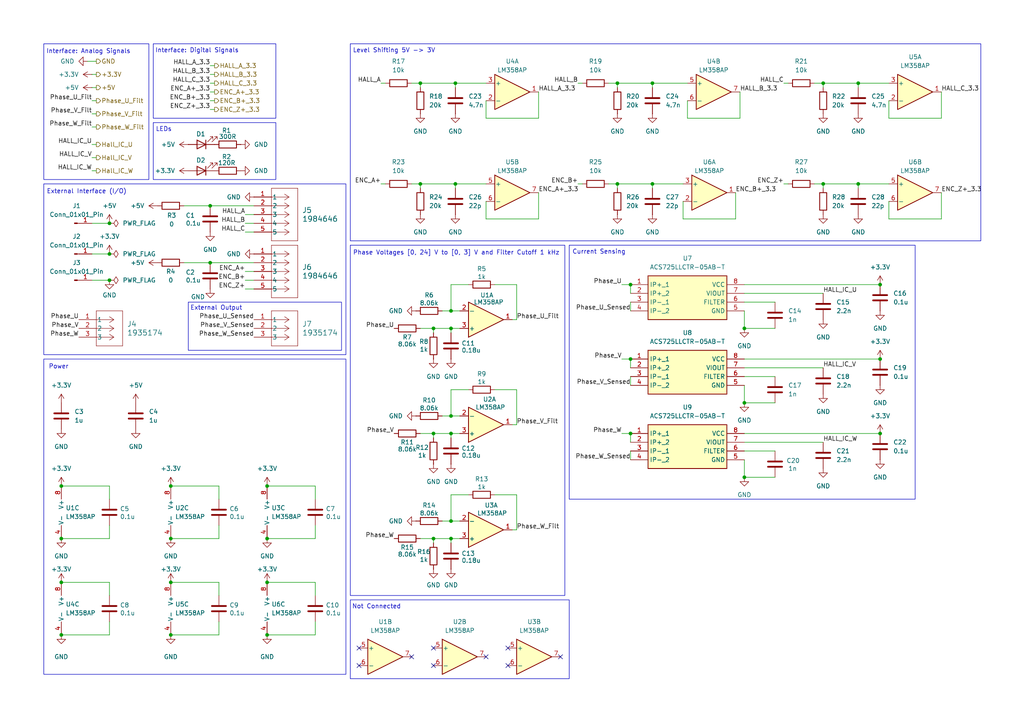
<source format=kicad_sch>
(kicad_sch (version 20250114) (generator "eeschema") (generator_version "9.0")
  (paper "A4")
  (title_block (title "Sensing and Interfacing PCB") (date "2025-06-02") (rev "v1") (company "Designer: Manveer Aujla") (comment 1 "Team 34"))
  (lib_symbols
    (symbol "1935190:1935190" (pin_names (offset 0.254))
      (property "Reference" "J" (at 8.89 6.35 0))
      (property "Value" "1935190" (at 0 0 0))
      (symbol "1935190_0_1"
        (pin unspecified line (at 0 0 0) (length 5.08) (name "1") (number "1"))
        (pin unspecified line (at 0 -2.54 0) (length 5.08) (name "2") (number "2"))
        (pin unspecified line (at 0 -5.08 0) (length 5.08) (name "3") (number "3"))
        (pin unspecified line (at 0 -7.62 0) (length 5.08) (name "4") (number "4"))
        (pin unspecified line (at 0 -10.16 0) (length 5.08) (name "5") (number "5"))
      )
    )
    (symbol "640456-3:640456-3" (pin_names (offset 0.254))
      (property "Reference" "J" (at 8.89 6.35 0))
      (property "Value" "640456-3" (at 0 0 0))
      (symbol "640456-3_0_1"
        (pin unspecified line (at 0 0 0) (length 5.08) (name "1") (number "1"))
        (pin unspecified line (at 0 -2.54 0) (length 5.08) (name "2") (number "2"))
        (pin unspecified line (at 0 -5.08 0) (length 5.08) (name "3") (number "3"))
      )
    )
    (symbol "ACS725LLCTR-05AB-T:ACS725LLCTR-05AB-T"
      (property "Reference" "IC" (at 29.21 7.62 0))
      (property "Value" "ACS725LLCTR-05AB-T" (at 29.21 5.08 0))
      (symbol "ACS725LLCTR-05AB-T_1_1"
        (pin passive line (at 0 0 0) (length 5.08) (name "IP+_1") (number "1"))
        (pin passive line (at 0 -2.54 0) (length 5.08) (name "IP+_2") (number "2"))
        (pin passive line (at 0 -5.08 0) (length 5.08) (name "IP-_1") (number "3"))
        (pin passive line (at 0 -7.62 0) (length 5.08) (name "IP-_2") (number "4"))
        (pin passive line (at 33.02 0 180) (length 5.08) (name "VCC") (number "8"))
        (pin passive line (at 33.02 -2.54 180) (length 5.08) (name "VIOUT") (number "7"))
        (pin passive line (at 33.02 -5.08 180) (length 5.08) (name "FILTER") (number "6"))
        (pin passive line (at 33.02 -7.62 180) (length 5.08) (name "GND") (number "5"))
      )
    )
    (symbol "Amplifier_Operational:LM358" (pin_names (offset 0.127))
      (property "Reference" "U" (at 0 5.08 0))
      (property "Value" "LM358" (at 0 -5.08 0))
      (symbol "LM358_1_1"
        (pin input line (at -7.62 2.54 0) (length 2.54) (name "+") (number "3"))
        (pin input line (at -7.62 -2.54 0) (length 2.54) (name "-") (number "2"))
        (pin output line (at 7.62 0 180) (length 2.54) (name "~") (number "1"))
      )
      (symbol "LM358_2_1"
        (pin input line (at -7.62 2.54 0) (length 2.54) (name "+") (number "5"))
        (pin input line (at -7.62 -2.54 0) (length 2.54) (name "-") (number "6"))
        (pin output line (at 7.62 0 180) (length 2.54) (name "~") (number "7"))
      )
      (symbol "LM358_3_1"
        (pin power_in line (at -2.54 7.62 270) (length 3.81) (name "V+") (number "8"))
        (pin power_in line (at -2.54 -7.62 90) (length 3.81) (name "V-") (number "4"))
      )
    )
    (symbol "B5B-PH-K-S:B5B-PH-K-S" (pin_names (offset 0.254))
      (property "Reference" "J" (at 8.89 6.35 0))
      (property "Value" "B5B-PH-K-S" (at 0 0 0))
      (symbol "B5B-PH-K-S_1_1"
        (pin unspecified line (at 0 0 0) (length 5.08) (name "1") (number "1"))
        (pin unspecified line (at 0 -2.54 0) (length 5.08) (name "2") (number "2"))
        (pin unspecified line (at 0 -5.08 0) (length 5.08) (name "3") (number "3"))
        (pin unspecified line (at 0 -7.62 0) (length 5.08) (name "4") (number "4"))
        (pin unspecified line (at 0 -10.16 0) (length 5.08) (name "5") (number "5"))
      )
      (symbol "B5B-PH-K-S_1_2"
        (pin unspecified line (at 0 0 0) (length 5.08) (name "1") (number "1"))
        (pin unspecified line (at 0 -2.54 0) (length 5.08) (name "2") (number "2"))
        (pin unspecified line (at 0 -5.08 0) (length 5.08) (name "3") (number "3"))
        (pin unspecified line (at 0 -7.62 0) (length 5.08) (name "4") (number "4"))
        (pin unspecified line (at 0 -10.16 0) (length 5.08) (name "5") (number "5"))
      )
    )
    (symbol "Connector:Conn_01x01_Pin" (pin_names (offset 1.016) (hide yes))
      (property "Reference" "J" (at 0 2.54 0))
      (property "Value" "Conn_01x01_Pin" (at 0 -2.54 0))
      (symbol "Conn_01x01_Pin_1_1"
        (pin passive line (at 5.08 0 180) (length 3.81) (name "Pin_1") (number "1"))
      )
    )
    (symbol "Device:C" (pin_numbers (hide yes)) (pin_names (offset 0.254))
      (property "Reference" "C" (at 0.635 2.54 0))
      (property "Value" "C" (at 0.635 -2.54 0))
      (symbol "C_1_1"
        (pin passive line (at 0 3.81 270) (length 2.794) (name "~") (number "1"))
        (pin passive line (at 0 -3.81 90) (length 2.794) (name "~") (number "2"))
      )
    )
    (symbol "Device:R" (pin_numbers (hide yes)) (pin_names (offset 0))
      (property "Reference" "R" (at 2.032 0 90))
      (property "Value" "R" (at 0 0 90))
      (symbol "R_1_1"
        (pin passive line (at 0 3.81 270) (length 1.27) (name "~") (number "1"))
        (pin passive line (at 0 -3.81 90) (length 1.27) (name "~") (number "2"))
      )
    )
    (symbol "LED:IR26-21C_L110_TR8" (pin_numbers (hide yes)) (pin_names (offset 1.016) (hide yes))
      (property "Reference" "D" (at 0 2.54 0))
      (property "Value" "IR26-21C_L110_TR8" (at 0 -3.81 0))
      (symbol "IR26-21C_L110_TR8_1_1"
        (pin passive line (at -3.81 0 0) (length 2.54) (name "K") (number "1"))
        (pin passive line (at 3.81 0 180) (length 2.54) (name "A") (number "2"))
      )
    )
    (symbol "power:+3.3V" (power) (pin_numbers (hide yes)) (pin_names (offset 0) (hide yes))
      (property "Value" "+3.3V" (at 0 3.556 0))
      (symbol "+3.3V_1_1"
        (pin power_in line (at 0 0 90) (length 0) (name "~") (number "1"))
      )
    )
    (symbol "power:+5V" (power) (pin_numbers (hide yes)) (pin_names (offset 0) (hide yes))
      (property "Value" "+5V" (at 0 3.556 0))
      (symbol "+5V_1_1"
        (pin power_in line (at 0 0 90) (length 0) (name "~") (number "1"))
      )
    )
    (symbol "power:GND" (power) (pin_numbers (hide yes)) (pin_names (offset 0) (hide yes))
      (property "Value" "GND" (at 0 -3.81 0))
      (symbol "GND_1_1"
        (pin power_in line (at 0 0 270) (length 0) (name "~") (number "1"))
      )
    )
    (symbol "power:PWR_FLAG" (power) (pin_numbers (hide yes)) (pin_names (offset 0) (hide yes))
      (property "Value" "PWR_FLAG" (at 0 3.81 0))
      (symbol "PWR_FLAG_0_0"
        (pin power_out line (at 0 0 90) (length 0) (name "~") (number "1"))
      )
    )
  )
  (rectangle (start 101.6 71.12) (end 163.83 172.72))
  (rectangle (start 101.6 12.7) (end 284.48 69.85))
  (rectangle (start 12.7 53.34) (end 100.33 102.87))
  (rectangle (start 165.1 71.12) (end 265.43 144.78))
  (rectangle (start 54.61 87.63) (end 99.06 101.6))
  (rectangle (start 12.7 12.7) (end 43.18 52.07))
  (rectangle (start 101.6 173.99) (end 165.1 196.85))
  (rectangle (start 12.7 104.14) (end 100.33 195.58))
  (rectangle (start 44.45 12.7) (end 80.01 34.29))
  (rectangle (start 44.45 35.56) (end 80.01 52.07))
  (text "Interface: Digital Signals" (at 57.15 14.732 0) (effects (font (size 1.27 1.27))))
  (text "External Output\n" (at 62.738 89.408 0) (effects (font (size 1.27 1.27))))
  (text "Power\n" (at 17.018 106.426 0) (effects (font (size 1.27 1.27))))
  (text "Phase Voltages [0, 24] V to [0, 3] V and Filter Cutoff 1 kHz" (at 132.334 73.406 0) (effects (font (size 1.27 1.27))))
  (text "LEDs\n" (at 47.498 37.592 0) (effects (font (size 1.27 1.27))))
  (text "External Interface (I/O)\n" (at 25.146 55.626 0) (effects (font (size 1.27 1.27))))
  (text "Current Sensing" (at 173.736 73.152 0) (effects (font (size 1.27 1.27))))
  (text "Interface: Analog Signals" (at 25.654 14.986 0) (effects (font (size 1.27 1.27))))
  (text "Level Shifting 5V -> 3V" (at 114.3 14.732 0) (effects (font (size 1.27 1.27))))
  (text "Not Connected\n" (at 109.22 176.022 0) (effects (font (size 1.27 1.27))))
  (junction (at 125.73 95.25))
  (junction (at 179.07 53.34))
  (junction (at 17.78 140.97))
  (junction (at 77.47 156.21))
  (junction (at 248.92 53.34))
  (junction (at 60.96 59.69))
  (junction (at 49.53 140.97))
  (junction (at 238.76 24.13))
  (junction (at 17.78 156.21))
  (junction (at 215.9 116.84))
  (junction (at 130.81 156.21))
  (junction (at 132.08 53.34))
  (junction (at 179.07 24.13))
  (junction (at 60.96 76.2))
  (junction (at 255.27 125.73))
  (junction (at 130.81 95.25))
  (junction (at 215.9 95.25))
  (junction (at 255.27 82.55))
  (junction (at 17.78 184.15))
  (junction (at 121.92 53.34))
  (junction (at 130.81 151.13))
  (junction (at 130.81 90.17))
  (junction (at 130.81 125.73))
  (junction (at 121.92 24.13))
  (junction (at 49.53 184.15))
  (junction (at 49.53 156.21))
  (junction (at 182.88 125.73))
  (junction (at 49.53 168.91))
  (junction (at 130.81 120.65))
  (junction (at 182.88 104.14))
  (junction (at 31.75 81.28))
  (junction (at 215.9 138.43))
  (junction (at 125.73 125.73))
  (junction (at 31.75 64.77))
  (junction (at 17.78 168.91))
  (junction (at 238.76 53.34))
  (junction (at 77.47 184.15))
  (junction (at 255.27 104.14))
  (junction (at 189.23 24.13))
  (junction (at 132.08 24.13))
  (junction (at 189.23 53.34))
  (junction (at 77.47 168.91))
  (junction (at 182.88 82.55))
  (junction (at 77.47 140.97))
  (junction (at 248.92 24.13))
  (junction (at 31.75 73.66))
  (junction (at 125.73 156.21))
  (no_connect (at 104.14 193.04))
  (no_connect (at 140.97 190.5))
  (no_connect (at 147.32 187.96))
  (no_connect (at 147.32 193.04))
  (no_connect (at 125.73 193.04))
  (no_connect (at 125.73 187.96))
  (no_connect (at 162.56 190.5))
  (no_connect (at 104.14 187.96))
  (no_connect (at 119.38 190.5))
  (wire (pts (xy 31.75 73.66) (xy 26.67 73.66)))
  (wire (pts (xy 130.81 143.51) (xy 130.81 151.13)))
  (wire (pts (xy 213.36 63.5) (xy 213.36 55.88)))
  (wire (pts (xy 26.67 45.72) (xy 27.94 45.72)))
  (wire (pts (xy 227.33 24.13) (xy 228.6 24.13)))
  (wire (pts (xy 189.23 24.13) (xy 199.39 24.13)))
  (wire (pts (xy 130.81 156.21) (xy 130.81 157.48)))
  (wire (pts (xy 189.23 53.34) (xy 189.23 54.61)))
  (wire (pts (xy 176.53 24.13) (xy 179.07 24.13)))
  (wire (pts (xy 128.27 151.13) (xy 130.81 151.13)))
  (wire (pts (xy 238.76 24.13) (xy 238.76 25.4)))
  (wire (pts (xy 26.67 49.53) (xy 27.94 49.53)))
  (wire (pts (xy 31.75 184.15) (xy 17.78 184.15)))
  (wire (pts (xy 130.81 113.03) (xy 130.81 120.65)))
  (wire (pts (xy 140.97 29.21) (xy 140.97 34.29)))
  (wire (pts (xy 273.05 55.88) (xy 273.05 63.5)))
  (wire (pts (xy 199.39 29.21) (xy 199.39 34.29)))
  (wire (pts (xy 31.75 64.77) (xy 26.67 64.77)))
  (wire (pts (xy 167.64 24.13) (xy 168.91 24.13)))
  (wire (pts (xy 156.21 34.29) (xy 156.21 26.67)))
  (wire (pts (xy 53.34 59.69) (xy 60.96 59.69)))
  (wire (pts (xy 121.92 24.13) (xy 121.92 25.4)))
  (wire (pts (xy 130.81 151.13) (xy 133.35 151.13)))
  (wire (pts (xy 143.51 82.55) (xy 149.86 82.55)))
  (wire (pts (xy 130.81 125.73) (xy 133.35 125.73)))
  (wire (pts (xy 121.92 53.34) (xy 121.92 54.61)))
  (wire (pts (xy 135.89 143.51) (xy 130.81 143.51)))
  (wire (pts (xy 149.86 123.19) (xy 148.59 123.19)))
  (wire (pts (xy 91.44 172.72) (xy 91.44 168.91)))
  (wire (pts (xy 238.76 53.34) (xy 238.76 54.61)))
  (wire (pts (xy 215.9 87.63) (xy 224.79 87.63)))
  (wire (pts (xy 215.9 125.73) (xy 255.27 125.73)))
  (wire (pts (xy 31.75 156.21) (xy 17.78 156.21)))
  (wire (pts (xy 130.81 82.55) (xy 130.81 90.17)))
  (wire (pts (xy 215.9 116.84) (xy 215.9 111.76)))
  (wire (pts (xy 140.97 34.29) (xy 156.21 34.29)))
  (wire (pts (xy 215.9 138.43) (xy 215.9 133.35)))
  (wire (pts (xy 71.12 83.82) (xy 73.66 83.82)))
  (wire (pts (xy 140.97 58.42) (xy 140.97 63.5)))
  (wire (pts (xy 227.33 53.34) (xy 228.6 53.34)))
  (wire (pts (xy 215.9 85.09) (xy 238.76 85.09)))
  (wire (pts (xy 26.67 41.91) (xy 27.94 41.91)))
  (wire (pts (xy 60.96 76.2) (xy 73.66 76.2)))
  (wire (pts (xy 125.73 127) (xy 125.73 125.73)))
  (wire (pts (xy 135.89 82.55) (xy 130.81 82.55)))
  (wire (pts (xy 248.92 24.13) (xy 248.92 25.4)))
  (wire (pts (xy 91.44 156.21) (xy 77.47 156.21)))
  (wire (pts (xy 60.96 31.75) (xy 62.23 31.75)))
  (wire (pts (xy 26.67 21.59) (xy 27.94 21.59)))
  (wire (pts (xy 63.5 172.72) (xy 63.5 168.91)))
  (wire (pts (xy 198.12 58.42) (xy 198.12 63.5)))
  (wire (pts (xy 149.86 143.51) (xy 149.86 153.67)))
  (wire (pts (xy 71.12 64.77) (xy 73.66 64.77)))
  (wire (pts (xy 257.81 29.21) (xy 257.81 34.29)))
  (wire (pts (xy 273.05 34.29) (xy 273.05 26.67)))
  (wire (pts (xy 60.96 26.67) (xy 62.23 26.67)))
  (wire (pts (xy 143.51 113.03) (xy 149.86 113.03)))
  (wire (pts (xy 214.63 26.67) (xy 214.63 34.29)))
  (wire (pts (xy 60.96 19.05) (xy 62.23 19.05)))
  (wire (pts (xy 121.92 24.13) (xy 132.08 24.13)))
  (wire (pts (xy 182.88 109.22) (xy 182.88 111.76)))
  (wire (pts (xy 53.34 76.2) (xy 60.96 76.2)))
  (wire (pts (xy 31.75 144.78) (xy 31.75 140.97)))
  (wire (pts (xy 135.89 113.03) (xy 130.81 113.03)))
  (wire (pts (xy 189.23 24.13) (xy 189.23 25.4)))
  (wire (pts (xy 143.51 143.51) (xy 149.86 143.51)))
  (wire (pts (xy 248.92 53.34) (xy 248.92 54.61)))
  (wire (pts (xy 215.9 95.25) (xy 215.9 90.17)))
  (wire (pts (xy 128.27 90.17) (xy 130.81 90.17)))
  (wire (pts (xy 91.44 168.91) (xy 77.47 168.91)))
  (wire (pts (xy 63.5 180.34) (xy 63.5 184.15)))
  (wire (pts (xy 176.53 53.34) (xy 179.07 53.34)))
  (wire (pts (xy 31.75 168.91) (xy 17.78 168.91)))
  (wire (pts (xy 26.67 33.02) (xy 27.94 33.02)))
  (wire (pts (xy 215.9 95.25) (xy 224.79 95.25)))
  (wire (pts (xy 71.12 67.31) (xy 73.66 67.31)))
  (wire (pts (xy 130.81 125.73) (xy 130.81 127)))
  (wire (pts (xy 132.08 53.34) (xy 140.97 53.34)))
  (wire (pts (xy 63.5 184.15) (xy 49.53 184.15)))
  (wire (pts (xy 25.4 17.78) (xy 27.94 17.78)))
  (wire (pts (xy 26.67 81.28) (xy 31.75 81.28)))
  (wire (pts (xy 26.67 25.4) (xy 27.94 25.4)))
  (wire (pts (xy 149.86 92.71) (xy 148.59 92.71)))
  (wire (pts (xy 63.5 144.78) (xy 63.5 140.97)))
  (wire (pts (xy 121.92 156.21) (xy 125.73 156.21)))
  (wire (pts (xy 71.12 62.23) (xy 73.66 62.23)))
  (wire (pts (xy 130.81 95.25) (xy 133.35 95.25)))
  (wire (pts (xy 119.38 53.34) (xy 121.92 53.34)))
  (wire (pts (xy 238.76 53.34) (xy 248.92 53.34)))
  (wire (pts (xy 91.44 152.4) (xy 91.44 156.21)))
  (wire (pts (xy 125.73 96.52) (xy 125.73 95.25)))
  (wire (pts (xy 119.38 24.13) (xy 121.92 24.13)))
  (wire (pts (xy 110.49 24.13) (xy 111.76 24.13)))
  (wire (pts (xy 130.81 90.17) (xy 133.35 90.17)))
  (wire (pts (xy 130.81 156.21) (xy 133.35 156.21)))
  (wire (pts (xy 179.07 24.13) (xy 179.07 25.4)))
  (wire (pts (xy 167.64 53.34) (xy 168.91 53.34)))
  (wire (pts (xy 215.9 109.22) (xy 224.79 109.22)))
  (wire (pts (xy 236.22 24.13) (xy 238.76 24.13)))
  (wire (pts (xy 198.12 63.5) (xy 213.36 63.5)))
  (wire (pts (xy 31.75 152.4) (xy 31.75 156.21)))
  (wire (pts (xy 91.44 144.78) (xy 91.44 140.97)))
  (wire (pts (xy 257.81 34.29) (xy 273.05 34.29)))
  (wire (pts (xy 132.08 24.13) (xy 132.08 25.4)))
  (wire (pts (xy 238.76 128.27) (xy 215.9 128.27)))
  (wire (pts (xy 257.81 63.5) (xy 273.05 63.5)))
  (wire (pts (xy 63.5 168.91) (xy 49.53 168.91)))
  (wire (pts (xy 182.88 87.63) (xy 182.88 90.17)))
  (wire (pts (xy 215.9 104.14) (xy 255.27 104.14)))
  (wire (pts (xy 121.92 95.25) (xy 125.73 95.25)))
  (wire (pts (xy 125.73 125.73) (xy 130.81 125.73)))
  (wire (pts (xy 63.5 140.97) (xy 49.53 140.97)))
  (wire (pts (xy 60.96 24.13) (xy 62.23 24.13)))
  (wire (pts (xy 236.22 53.34) (xy 238.76 53.34)))
  (wire (pts (xy 125.73 157.48) (xy 125.73 156.21)))
  (wire (pts (xy 60.96 21.59) (xy 62.23 21.59)))
  (wire (pts (xy 31.75 180.34) (xy 31.75 184.15)))
  (wire (pts (xy 149.86 153.67) (xy 148.59 153.67)))
  (wire (pts (xy 215.9 130.81) (xy 224.79 130.81)))
  (wire (pts (xy 71.12 81.28) (xy 73.66 81.28)))
  (wire (pts (xy 71.12 78.74) (xy 73.66 78.74)))
  (wire (pts (xy 26.67 29.21) (xy 27.94 29.21)))
  (wire (pts (xy 179.07 24.13) (xy 189.23 24.13)))
  (wire (pts (xy 179.07 53.34) (xy 189.23 53.34)))
  (wire (pts (xy 180.34 125.73) (xy 182.88 125.73)))
  (wire (pts (xy 215.9 116.84) (xy 224.79 116.84)))
  (wire (pts (xy 26.67 36.83) (xy 27.94 36.83)))
  (wire (pts (xy 63.5 152.4) (xy 63.5 156.21)))
  (wire (pts (xy 180.34 104.14) (xy 182.88 104.14)))
  (wire (pts (xy 121.92 125.73) (xy 125.73 125.73)))
  (wire (pts (xy 125.73 95.25) (xy 130.81 95.25)))
  (wire (pts (xy 149.86 82.55) (xy 149.86 92.71)))
  (wire (pts (xy 156.21 55.88) (xy 156.21 63.5)))
  (wire (pts (xy 179.07 53.34) (xy 179.07 54.61)))
  (wire (pts (xy 132.08 53.34) (xy 132.08 54.61)))
  (wire (pts (xy 125.73 156.21) (xy 130.81 156.21)))
  (wire (pts (xy 182.88 125.73) (xy 182.88 128.27)))
  (wire (pts (xy 215.9 106.68) (xy 238.76 106.68)))
  (wire (pts (xy 130.81 95.25) (xy 130.81 96.52)))
  (wire (pts (xy 199.39 34.29) (xy 214.63 34.29)))
  (wire (pts (xy 238.76 24.13) (xy 248.92 24.13)))
  (wire (pts (xy 91.44 140.97) (xy 77.47 140.97)))
  (wire (pts (xy 248.92 53.34) (xy 257.81 53.34)))
  (wire (pts (xy 149.86 113.03) (xy 149.86 123.19)))
  (wire (pts (xy 91.44 184.15) (xy 77.47 184.15)))
  (wire (pts (xy 121.92 53.34) (xy 132.08 53.34)))
  (wire (pts (xy 189.23 53.34) (xy 198.12 53.34)))
  (wire (pts (xy 180.34 82.55) (xy 182.88 82.55)))
  (wire (pts (xy 63.5 156.21) (xy 49.53 156.21)))
  (wire (pts (xy 91.44 180.34) (xy 91.44 184.15)))
  (wire (pts (xy 60.96 29.21) (xy 62.23 29.21)))
  (wire (pts (xy 257.81 58.42) (xy 257.81 63.5)))
  (wire (pts (xy 132.08 24.13) (xy 140.97 24.13)))
  (wire (pts (xy 130.81 120.65) (xy 133.35 120.65)))
  (wire (pts (xy 248.92 24.13) (xy 257.81 24.13)))
  (wire (pts (xy 60.96 59.69) (xy 73.66 59.69)))
  (wire (pts (xy 215.9 138.43) (xy 224.79 138.43)))
  (wire (pts (xy 31.75 140.97) (xy 17.78 140.97)))
  (wire (pts (xy 140.97 63.5) (xy 156.21 63.5)))
  (wire (pts (xy 182.88 82.55) (xy 182.88 85.09)))
  (wire (pts (xy 110.49 53.34) (xy 111.76 53.34)))
  (wire (pts (xy 182.88 130.81) (xy 182.88 133.35)))
  (wire (pts (xy 215.9 82.55) (xy 255.27 82.55)))
  (wire (pts (xy 31.75 172.72) (xy 31.75 168.91)))
  (wire (pts (xy 128.27 120.65) (xy 130.81 120.65)))
  (wire (pts (xy 182.88 104.14) (xy 182.88 106.68)))
  (label "HALL_IC_V" (at 238.76 106.68 0))
  (label "ENC_B+" (at 167.64 53.34 180))
  (label "HALL_A_3.3" (at 156.21 26.67 0))
  (label "Phase_U" (at 22.86 92.71 180))
  (label "HALL_A_3.3" (at 60.96 19.05 180))
  (label "Phase_W" (at 22.86 97.79 180))
  (label "HALL_C" (at 71.12 67.31 180))
  (label "Phase_V" (at 180.34 104.14 180))
  (label "Phase_V_Filt" (at 26.67 33.02 180))
  (label "ENC_B+_3.3" (at 213.36 55.88 0))
  (label "Phase_U" (at 114.3 95.25 180))
  (label "Phase_W_Sensed" (at 182.88 133.35 180))
  (label "Phase_V_Sensed" (at 182.88 111.76 180))
  (label "HALL_C_3.3" (at 60.96 24.13 180))
  (label "HALL_C" (at 227.33 24.13 180))
  (label "ENC_A+_3.3" (at 156.21 55.88 0))
  (label "ENC_A+_3.3" (at 60.96 26.67 180))
  (label "Phase_V_Sensed" (at 73.66 95.25 180))
  (label "HALL_B_3.3" (at 214.63 26.67 0))
  (label "Phase_V" (at 114.3 125.73 180))
  (label "HALL_IC_U" (at 26.67 41.91 180))
  (label "Phase_W" (at 114.3 156.21 180))
  (label "HALL_A" (at 71.12 62.23 180))
  (label "Phase_V_Filt" (at 149.86 123.19 0))
  (label "ENC_A+" (at 71.12 78.74 180))
  (label "ENC_A+" (at 110.49 53.34 180))
  (label "Phase_U_Sensed" (at 73.66 92.71 180))
  (label "HALL_IC_V" (at 26.67 45.72 180))
  (label "Phase_W" (at 180.34 125.73 180))
  (label "HALL_A" (at 110.49 24.13 180))
  (label "HALL_B" (at 71.12 64.77 180))
  (label "ENC_Z+_3.3" (at 273.05 55.88 0))
  (label "HALL_B" (at 167.64 24.13 180))
  (label "Phase_U" (at 180.34 82.55 180))
  (label "HALL_IC_W" (at 238.76 128.27 0))
  (label "HALL_B_3.3" (at 60.96 21.59 180))
  (label "HALL_IC_W" (at 26.67 49.53 180))
  (label "Phase_V" (at 22.86 95.25 180))
  (label "Phase_U_Filt" (at 26.67 29.21 180))
  (label "Phase_U_Filt" (at 149.86 92.71 0))
  (label "Phase_W_Filt" (at 149.86 153.67 0))
  (label "Phase_W_Sensed" (at 73.66 97.79 180))
  (label "Phase_W_Filt" (at 26.67 36.83 180))
  (label "ENC_Z+" (at 71.12 83.82 180))
  (label "ENC_Z+_3.3" (at 60.96 31.75 180))
  (label "ENC_B+_3.3" (at 60.96 29.21 180))
  (label "Phase_U_Sensed" (at 182.88 90.17 180))
  (label "ENC_B+" (at 71.12 81.28 180))
  (label "ENC_Z+" (at 227.33 53.34 180))
  (label "HALL_C_3.3" (at 273.05 26.67 0))
  (label "HALL_IC_U" (at 238.76 85.09 0))
  (hierarchical_label "+3.3V" (shape output) (at 27.94 21.59 0))
  (hierarchical_label "Phase_W_Filt" (shape output) (at 27.94 36.83 0))
  (hierarchical_label "HALL_A_3.3" (shape output) (at 62.23 19.05 0))
  (hierarchical_label "ENC_B+_3.3" (shape output) (at 62.23 29.21 0))
  (hierarchical_label "ENC_A+_3.3" (shape output) (at 62.23 26.67 0))
  (hierarchical_label "GND" (shape output) (at 27.94 17.78 0))
  (hierarchical_label "+5V" (shape output) (at 27.94 25.4 0))
  (hierarchical_label "Hall_IC_U" (shape output) (at 27.94 41.91 0))
  (hierarchical_label "ENC_Z+_3.3" (shape output) (at 62.23 31.75 0))
  (hierarchical_label "HALL_C_3.3" (shape output) (at 62.23 24.13 0))
  (hierarchical_label "HALL_B_3.3" (shape output) (at 62.23 21.59 0))
  (hierarchical_label "Hall_IC_W" (shape output) (at 27.94 49.53 0))
  (hierarchical_label "Phase_V_Filt" (shape output) (at 27.94 33.02 0))
  (hierarchical_label "Hall_IC_V" (shape output) (at 27.94 45.72 0))
  (hierarchical_label "Phase_U_Filt" (shape output) (at 27.94 29.21 0))
  (symbol (lib_id "power:+3.3V") (at 77.47 140.97 0) (unit 1)
    (property "Reference" "#PWR0136" (effects (hide yes)))
    (property "Value" "+3.3V" (at 77.47 135.89 0))
    (property "Description" "Power symbol creates a global label with name \"+3.3V\"" (effects (hide yes)))
  )
  (symbol (lib_id "Device:C") (at 60.96 63.5 0) (unit 1)
    (property "Reference" "C1" (at 53.848 62.484 0) (effects (justify left)))
    (property "Value" "0.1u" (at 53.848 64.77 0) (effects (justify left)))
    (property "Footprint" "Capacitor_SMD:C_1206_3216Metric_Pad1.33x1.80mm_HandSolder" (effects (hide yes)))
    (property "Datasheet" "https://search.kemet.com/download/datasheet/C1206C104K4RAC7800" (effects (hide yes)))
    (property "Description" "0.1 µF ±10% 16V Ceramic Capacitor X7R 1206 (3216 Metric)" (effects (hide yes)))
    (property "Part Number" "C1206C104K4RACTU" (effects (hide yes)))
  )
  (symbol (lib_id "LED:IR26-21C_L110_TR8") (at 58.42 41.91 180) (unit 1)
    (property "Reference" "D1" (at 56.896 38.862 0) (effects (justify right)))
    (property "Value" "LTST-C150GKT" (effects (hide yes)))
    (property "Footprint" "LED_SMD:LED_1206_3216Metric_Pad1.42x1.75mm_HandSolder" (effects (hide yes)))
    (property "Datasheet" "https://optoelectronics.liteon.com/upload/download/DS-22-98-0004/LTST-C150GKT.pdf" (effects (hide yes)))
    (property "Description" "Green 569nm LED Indication - Discrete 2.1V" (effects (hide yes)))
    (property "Part Number" "LTST-C150GKT" (effects (hide yes)))
  )
  (symbol (lib_id "power:+5V") (at 45.72 59.69 90) (unit 1)
    (property "Reference" "#PWR0143" (effects (hide yes)))
    (property "Value" "+5V" (at 41.91 59.6899 90) (effects (justify left)))
    (property "Description" "Power symbol creates a global label with name \"+5V\"" (effects (hide yes)))
  )
  (symbol (lib_id "Device:R") (at 115.57 53.34 90) (unit 1)
    (property "Reference" "R23" (at 115.57 46.99 90))
    (property "Value" "10k" (at 115.57 49.53 90))
    (property "Footprint" "Resistor_SMD:R_1206_3216Metric_Pad1.30x1.75mm_HandSolder" (effects (hide yes)))
    (property "Datasheet" "https://www.seielect.com/catalog/sei-rncf.pdf" (effects (hide yes)))
    (property "Description" "10 kOhms ±0.5% 0.333W, 1/3W Chip Resistor 1206 (3216 Metric) Automotive AEC-Q200 Thin Film" (effects (hide yes)))
    (property "Part Number" "RNCF1206DTE10K0" (effects (hide yes)))
  )
  (symbol (lib_id "power:+5V") (at 31.75 64.77 0) (unit 1)
    (property "Reference" "#PWR0144" (effects (hide yes)))
    (property "Value" "+5V" (at 31.75 59.69 0))
    (property "Description" "Power symbol creates a global label with name \"+5V\"" (effects (hide yes)))
  )
  (symbol (lib_id "power:GND") (at 248.92 33.02 0) (unit 1)
    (property "Reference" "#PWR0170" (effects (hide yes)))
    (property "Value" "GND" (at 248.92 38.1 0))
    (property "Description" "Power symbol creates a global label with name \"GND\" , ground" (effects (hide yes)))
  )
  (symbol (lib_id "Amplifier_Operational:LM358") (at 207.01 26.67 0) (unit 2)
    (property "Reference" "U4" (at 207.01 17.78 0))
    (property "Value" "LM358AP" (at 207.01 20.32 0))
    (property "Footprint" "LM358AP:DIP794W45P254L959H508Q8" (effects (hide yes)))
    (property "Datasheet" "http://www.ti.com/lit/ds/symlink/lm2904-n.pdf" (effects (hide yes)))
    (property "Description" "Low-Power, Dual Operational Amplifiers, DIP-8/SOIC-8/TO-99-8" (effects (hide yes)))
    (property "Part Number" "LM358AP" (effects (hide yes)))
  )
  (symbol (lib_id "power:GND") (at 17.78 184.15 0) (unit 1)
    (property "Reference" "#PWR0152" (effects (hide yes)))
    (property "Value" "GND" (at 17.78 190.5 0))
    (property "Description" "Power symbol creates a global label with name \"GND\" , ground" (effects (hide yes)))
  )
  (symbol (lib_id "Device:C") (at 255.27 107.95 0) (unit 1)
    (property "Reference" "C19" (at 259.08 106.6799 0) (effects (justify left)))
    (property "Value" "0.1u" (at 259.08 109.2199 0) (effects (justify left)))
    (property "Footprint" "Capacitor_SMD:C_1206_3216Metric_Pad1.33x1.80mm_HandSolder" (effects (hide yes)))
    (property "Datasheet" "https://search.kemet.com/download/datasheet/C1206C104K4RAC7800" (effects (hide yes)))
    (property "Description" "0.1 µF ±10% 16V Ceramic Capacitor X7R 1206 (3216 Metric)" (effects (hide yes)))
    (property "Part Number" "C1206C104K4RACTU" (effects (hide yes)))
  )
  (symbol (lib_id "Device:C") (at 31.75 148.59 0) (unit 1)
    (property "Reference" "C5" (at 34.798 147.574 0) (effects (justify left)))
    (property "Value" "0.1u" (at 34.798 149.86 0) (effects (justify left)))
    (property "Footprint" "Capacitor_SMD:C_1206_3216Metric_Pad1.33x1.80mm_HandSolder" (effects (hide yes)))
    (property "Datasheet" "https://search.kemet.com/download/datasheet/C1206C104K4RAC7800" (effects (hide yes)))
    (property "Description" "0.1 µF ±10% 16V Ceramic Capacitor X7R 1206 (3216 Metric)" (effects (hide yes)))
    (property "Part Number" "C1206C104K4RACTU" (effects (hide yes)))
  )
  (symbol (lib_id "Device:C") (at 224.79 113.03 0) (unit 1)
    (property "Reference" "C17" (at 228.6 111.7599 0) (effects (justify left)))
    (property "Value" "1n" (at 228.6 114.2999 0) (effects (justify left)))
    (property "Footprint" "Capacitor_SMD:C_1206_3216Metric_Pad1.33x1.80mm_HandSolder" (effects (hide yes)))
    (property "Datasheet" "https://www.yageo.com/en/Chart/Download/pdf/CC1206FRNPO9BN102" (effects (hide yes)))
    (property "Description" "1000 pF ±1% 50V Ceramic Capacitor C0G, NP0 1206 (3216 Metric)" (effects (hide yes)))
    (property "Part Number" "CC1206FRNPO9BN102" (effects (hide yes)))
  )
  (symbol (lib_id "Device:C") (at 255.27 86.36 0) (unit 1)
    (property "Reference" "C16" (at 259.08 85.0899 0) (effects (justify left)))
    (property "Value" "0.1u" (at 259.08 87.6299 0) (effects (justify left)))
    (property "Footprint" "Capacitor_SMD:C_1206_3216Metric_Pad1.33x1.80mm_HandSolder" (effects (hide yes)))
    (property "Datasheet" "https://search.kemet.com/download/datasheet/C1206C104K4RAC7800" (effects (hide yes)))
    (property "Description" "0.1 µF ±10% 16V Ceramic Capacitor X7R 1206 (3216 Metric)" (effects (hide yes)))
    (property "Part Number" "C1206C104K4RACTU" (effects (hide yes)))
  )
  (symbol (lib_id "power:GND") (at 77.47 184.15 0) (unit 1)
    (property "Reference" "#PWR0123" (effects (hide yes)))
    (property "Value" "GND" (at 77.47 190.5 0))
    (property "Description" "Power symbol creates a global label with name \"GND\" , ground" (effects (hide yes)))
  )
  (symbol (lib_id "Amplifier_Operational:LM358") (at 133.35 190.5 0) (unit 2)
    (property "Reference" "U2" (at 133.35 180.34 0))
    (property "Value" "LM358AP" (at 133.35 182.88 0))
    (property "Footprint" "LM358AP:DIP794W45P254L959H508Q8" (effects (hide yes)))
    (property "Datasheet" "https://www.ti.com/general/docs/suppproductinfo.tsp?distId=10&gotoUrl=https%3A%2F%2Fwww.ti.com%2Flit%2Fgpn%2Flm358" (effects (hide yes)))
    (property "Description" "Standard Amplifier 2 Circuit 8-PDIP" (effects (hide yes)))
    (property "Part Number" "LM358AP" (effects (hide yes)))
  )
  (symbol (lib_id "Device:C") (at 189.23 58.42 0) (unit 1)
    (property "Reference" "C27" (at 193.04 57.1499 0) (effects (justify left)))
    (property "Value" "22p" (at 193.04 59.6899 0) (effects (justify left)))
    (property "Footprint" "Capacitor_SMD:C_1206_3216Metric_Pad1.33x1.80mm_HandSolder" (effects (hide yes)))
    (property "Datasheet" "https://search.kemet.com/download/datasheet/C1206C220F4HAC7800" (effects (hide yes)))
    (property "Description" "22 pF ±1% 16V Ceramic Capacitor X8R 1206 (3216 Metric)" (effects (hide yes)))
    (property "Part Number" "C1206C220F4HACTU" (effects (hide yes)))
  )
  (symbol (lib_id "Device:C") (at 39.37 120.65 0) (unit 1)
    (property "Reference" "C4" (at 43.18 119.3799 0) (effects (justify left)))
    (property "Value" "1u" (at 43.18 121.9199 0) (effects (justify left)))
    (property "Footprint" "Capacitor_SMD:C_1206_3216Metric_Pad1.33x1.80mm_HandSolder" (effects (hide yes)))
    (property "Datasheet" "https://search.murata.co.jp/Ceramy/image/img/A01X/G101/ENG/GRM319R71C105KAA3-01.pdf" (effects (hide yes)))
    (property "Description" "1 µF ±10% 16V Ceramic Capacitor X7R 1206 (3216 Metric)" (effects (hide yes)))
    (property "Part Number" "GRM319R71C105KAA3D" (effects (hide yes)))
  )
  (symbol (lib_id "power:GND") (at 73.66 73.66 270) (unit 1)
    (property "Reference" "#PWR0142" (effects (hide yes)))
    (property "Value" "GND" (at 69.85 73.6599 90) (effects (justify right)))
    (property "Description" "Power symbol creates a global label with name \"GND\" , ground" (effects (hide yes)))
  )
  (symbol (lib_id "640456-3:640456-3") (at 73.66 92.71 0) (unit 1)
    (property "Reference" "J7" (at 87.63 93.9799 0) (effects (font (size 1.524 1.524)) (justify left)))
    (property "Value" "1935174" (at 87.63 96.5199 0) (effects (font (size 1.524 1.524)) (justify left)))
    (property "Footprint" "1935174:CONN_1935174_PXC" (effects (hide yes)))
    (property "Datasheet" "https://mm.digikey.com/Volume0/opasdata/d220001/medias/docus/1123/1935174.pdf" (effects (hide yes)))
    (property "Description" "3 Position Wire to Board Terminal Block Horizontal with Board 0.197\" (5.00mm) Through Hole" (effects (hide yes)))
    (property "Part Number" "1935174" (effects (hide yes)))
  )
  (symbol (lib_id "power:+3.3V") (at 17.78 116.84 0) (unit 1)
    (property "Reference" "#PWR0125" (effects (hide yes)))
    (property "Value" "+3.3V" (at 17.78 111.76 0))
    (property "Description" "Power symbol creates a global label with name \"+3.3V\"" (effects (hide yes)))
  )
  (symbol (lib_id "power:+5V") (at 31.75 73.66 0) (unit 1)
    (property "Reference" "#PWR0145" (effects (hide yes)))
    (property "Value" "+3.3V" (at 31.75 68.58 0))
    (property "Description" "Power symbol creates a global label with name \"+5V\"" (effects (hide yes)))
  )
  (symbol (lib_id "power:+5V") (at 45.72 76.2 90) (unit 1)
    (property "Reference" "#PWR0121" (effects (hide yes)))
    (property "Value" "+5V" (at 41.91 76.1999 90) (effects (justify left)))
    (property "Description" "Power symbol creates a global label with name \"+5V\"" (effects (hide yes)))
  )
  (symbol (lib_id "640456-3:640456-3") (at 22.86 92.71 0) (unit 1)
    (property "Reference" "J4" (at 36.83 93.9799 0) (effects (font (size 1.524 1.524)) (justify left)))
    (property "Value" "1935174" (at 36.83 96.5199 0) (effects (font (size 1.524 1.524)) (justify left)))
    (property "Footprint" "1935174:CONN_1935174_PXC" (effects (hide yes)))
    (property "Datasheet" "https://mm.digikey.com/Volume0/opasdata/d220001/medias/docus/1123/1935174.pdf" (effects (hide yes)))
    (property "Description" "3 Position Wire to Board Terminal Block Horizontal with Board 0.197\" (5.00mm) Through Hole" (effects (hide yes)))
    (property "Part Number" "1935174" (effects (hide yes)))
  )
  (symbol (lib_id "power:GND") (at 179.07 33.02 0) (unit 1)
    (property "Reference" "#PWR0164" (effects (hide yes)))
    (property "Value" "GND" (at 179.07 38.1 0))
    (property "Description" "Power symbol creates a global label with name \"GND\" , ground" (effects (hide yes)))
  )
  (symbol (lib_id "power:+5V") (at 26.67 25.4 90) (unit 1)
    (property "Reference" "#PWR0133" (effects (hide yes)))
    (property "Value" "+5V" (at 22.86 25.3999 90) (effects (justify left)))
    (property "Description" "Power symbol creates a global label with name \"+5V\"" (effects (hide yes)))
  )
  (symbol (lib_id "Device:C") (at 91.44 148.59 0) (unit 1)
    (property "Reference" "C7" (at 94.488 147.574 0) (effects (justify left)))
    (property "Value" "0.1u" (at 94.488 149.86 0) (effects (justify left)))
    (property "Footprint" "Capacitor_SMD:C_1206_3216Metric_Pad1.33x1.80mm_HandSolder" (effects (hide yes)))
    (property "Datasheet" "https://search.kemet.com/download/datasheet/C1206C104K4RAC7800" (effects (hide yes)))
    (property "Description" "0.1 µF ±10% 16V Ceramic Capacitor X7R 1206 (3216 Metric)" (effects (hide yes)))
    (property "Part Number" "C1206C104K4RACTU" (effects (hide yes)))
  )
  (symbol (lib_id "Device:C") (at 63.5 148.59 0) (unit 1)
    (property "Reference" "C6" (at 66.548 147.574 0) (effects (justify left)))
    (property "Value" "0.1u" (at 66.548 149.86 0) (effects (justify left)))
    (property "Footprint" "Capacitor_SMD:C_1206_3216Metric_Pad1.33x1.80mm_HandSolder" (effects (hide yes)))
    (property "Datasheet" "https://search.kemet.com/download/datasheet/C1206C104K4RAC7800" (effects (hide yes)))
    (property "Description" "0.1 µF ±10% 16V Ceramic Capacitor X7R 1206 (3216 Metric)" (effects (hide yes)))
    (property "Part Number" "C1206C104K4RACTU" (effects (hide yes)))
  )
  (symbol (lib_id "power:GND") (at 49.53 184.15 0) (unit 1)
    (property "Reference" "#PWR0124" (effects (hide yes)))
    (property "Value" "GND" (at 49.53 190.5 0))
    (property "Description" "Power symbol creates a global label with name \"GND\" , ground" (effects (hide yes)))
  )
  (symbol (lib_id "Device:R") (at 139.7 82.55 90) (unit 1)
    (property "Reference" "R5" (at 139.7 77.978 90))
    (property "Value" "1k" (at 139.7 80.264 90))
    (property "Footprint" "Resistor_SMD:R_1206_3216Metric_Pad1.30x1.75mm_HandSolder" (effects (hide yes)))
    (property "Datasheet" "https://www.seielect.com/catalog/sei-rncp.pdf" (effects (hide yes)))
    (property "Description" "1 kOhms ±1% 0.5W, 1/2W Chip Resistor 1206 (3216 Metric) Anti-Sulfur Thin Film" (effects (hide yes)))
    (property "Part Number" "RNCP1206FTD1K00" (effects (hide yes)))
  )
  (symbol (lib_id "Device:R") (at 125.73 100.33 180) (unit 1)
    (property "Reference" "R8" (at 122.936 99.06 0))
    (property "Value" "1k" (at 122.936 101.346 0))
    (property "Footprint" "Resistor_SMD:R_1206_3216Metric_Pad1.30x1.75mm_HandSolder" (effects (hide yes)))
    (property "Datasheet" "https://www.seielect.com/catalog/sei-rncp.pdf" (effects (hide yes)))
    (property "Description" "1 kOhms ±1% 0.5W, 1/2W Chip Resistor 1206 (3216 Metric) Anti-Sulfur Thin Film" (effects (hide yes)))
    (property "Part Number" "RNCP1206FTD1K00" (effects (hide yes)))
  )
  (symbol (lib_id "power:GND") (at 132.08 62.23 0) (unit 1)
    (property "Reference" "#PWR0160" (effects (hide yes)))
    (property "Value" "GND" (at 132.08 67.31 0))
    (property "Description" "Power symbol creates a global label with name \"GND\" , ground" (effects (hide yes)))
  )
  (symbol (lib_id "power:+3.3V") (at 49.53 140.97 0) (unit 1)
    (property "Reference" "#PWR0141" (effects (hide yes)))
    (property "Value" "+3.3V" (at 49.53 135.89 0))
    (property "Description" "Power symbol creates a global label with name \"+3.3V\"" (effects (hide yes)))
  )
  (symbol (lib_id "Device:C") (at 248.92 58.42 0) (unit 1)
    (property "Reference" "C28" (at 252.73 57.1499 0) (effects (justify left)))
    (property "Value" "22p" (at 252.73 59.6899 0) (effects (justify left)))
    (property "Footprint" "Capacitor_SMD:C_1206_3216Metric_Pad1.33x1.80mm_HandSolder" (effects (hide yes)))
    (property "Datasheet" "https://search.kemet.com/download/datasheet/C1206C220F4HAC7800" (effects (hide yes)))
    (property "Description" "22 pF ±1% 16V Ceramic Capacitor X8R 1206 (3216 Metric)" (effects (hide yes)))
    (property "Part Number" "C1206C220F4HACTU" (effects (hide yes)))
  )
  (symbol (lib_id "Device:C") (at 31.75 176.53 0) (unit 1)
    (property "Reference" "C8" (at 34.798 175.514 0) (effects (justify left)))
    (property "Value" "0.1u" (at 34.798 177.8 0) (effects (justify left)))
    (property "Footprint" "Capacitor_SMD:C_1206_3216Metric_Pad1.33x1.80mm_HandSolder" (effects (hide yes)))
    (property "Datasheet" "https://search.kemet.com/download/datasheet/C1206C104K4RAC7800" (effects (hide yes)))
    (property "Description" "0.1 µF ±10% 16V Ceramic Capacitor X7R 1206 (3216 Metric)" (effects (hide yes)))
    (property "Part Number" "C1206C104K4RACTU" (effects (hide yes)))
  )
  (symbol (lib_id "power:GND") (at 17.78 156.21 0) (unit 1)
    (property "Reference" "#PWR0151" (effects (hide yes)))
    (property "Value" "GND" (at 17.78 161.29 0))
    (property "Description" "Power symbol creates a global label with name \"GND\" , ground" (effects (hide yes)))
  )
  (symbol (lib_id "Amplifier_Operational:LM358") (at 80.01 148.59 0) (unit 3)
    (property "Reference" "U3" (at 78.74 147.3199 0) (effects (justify left)))
    (property "Value" "LM358AP" (at 78.74 149.8599 0) (effects (justify left)))
    (property "Footprint" "LM358AP:DIP794W45P254L959H508Q8" (effects (hide yes)))
    (property "Datasheet" "https://www.ti.com/general/docs/suppproductinfo.tsp?distId=10&gotoUrl=https%3A%2F%2Fwww.ti.com%2Flit%2Fgpn%2Flm358" (effects (hide yes)))
    (property "Description" "Standard Amplifier 2 Circuit 8-PDIP" (effects (hide yes)))
    (property "Part Number" "LM358AP" (effects (hide yes)))
  )
  (symbol (lib_id "power:GND") (at 49.53 156.21 0) (unit 1)
    (property "Reference" "#PWR0139" (effects (hide yes)))
    (property "Value" "GND" (at 49.53 161.29 0))
    (property "Description" "Power symbol creates a global label with name \"GND\" , ground" (effects (hide yes)))
  )
  (symbol (lib_id "power:GND") (at 179.07 62.23 0) (unit 1)
    (property "Reference" "#PWR0165" (effects (hide yes)))
    (property "Value" "GND" (at 179.07 67.31 0))
    (property "Description" "Power symbol creates a global label with name \"GND\" , ground" (effects (hide yes)))
  )
  (symbol (lib_id "ACS725LLCTR-05AB-T:ACS725LLCTR-05AB-T") (at 182.88 82.55 0) (unit 1)
    (property "Reference" "U7" (at 199.39 74.93 0))
    (property "Value" "ACS725LLCTR-05AB-T" (at 199.39 77.47 0))
    (property "Footprint" "ACS725:SOIC127P600X175-8N" (effects (hide yes)))
    (property "Datasheet" "https://www.allegromicro.com/-/media/files/datasheets/acs725-datasheet.ashx" (effects (hide yes)))
    (property "Description" "High-Accuracy, 3.3V Isolated Current Sensor with Stray Field Rejection" (effects (hide yes)))
    (property "Height" "1.75" (effects (hide yes)))
    (property "Mouser Part Number" "250-725LLCTR05ABT" (effects (hide yes)))
    (property "Mouser Price/Stock" "https://www.allegromicro.com/~/media/Files/Datasheets/ACS725-Datasheet.ashx" (effects (hide yes)))
    (property "Manufacturer_Name" "Allegro Microsystems" (effects (hide yes)))
    (property "Part Number" "ACS725LLCTR-05AB-T" (effects (hide yes)))
  )
  (symbol (lib_id "Device:C") (at 132.08 58.42 0) (unit 1)
    (property "Reference" "C26" (at 135.89 57.1499 0) (effects (justify left)))
    (property "Value" "22p" (at 135.89 59.6899 0) (effects (justify left)))
    (property "Footprint" "Capacitor_SMD:C_1206_3216Metric_Pad1.33x1.80mm_HandSolder" (effects (hide yes)))
    (property "Datasheet" "https://search.kemet.com/download/datasheet/C1206C220F4HAC7800" (effects (hide yes)))
    (property "Description" "22 pF ±1% 16V Ceramic Capacitor X8R 1206 (3216 Metric)" (effects (hide yes)))
    (property "Part Number" "C1206C220F4HACTU" (effects (hide yes)))
  )
  (symbol (lib_id "Device:R") (at 125.73 161.29 180) (unit 1)
    (property "Reference" "R16" (at 122.936 160.02 0))
    (property "Value" "1k" (at 122.936 162.306 0))
    (property "Footprint" "Resistor_SMD:R_1206_3216Metric_Pad1.30x1.75mm_HandSolder" (effects (hide yes)))
    (property "Datasheet" "https://www.seielect.com/catalog/sei-rncp.pdf" (effects (hide yes)))
    (property "Description" "1 kOhms ±1% 0.5W, 1/2W Chip Resistor 1206 (3216 Metric) Anti-Sulfur Thin Film" (effects (hide yes)))
    (property "Part Number" "RNCP1206FTD1K00" (effects (hide yes)))
  )
  (symbol (lib_id "Connector:Conn_01x01_Pin") (at 21.59 73.66 0) (unit 1)
    (property "Reference" "J2" (at 22.225 68.58 0))
    (property "Value" "Conn_01x01_Pin" (at 22.225 71.12 0))
    (property "Footprint" "Connector:Banana_Jack_1Pin" (effects (hide yes)))
    (property "Datasheet" "https://www.muellerelectric.com/product_files/986/DS-BU-P72930-@.pdf" (effects (hide yes)))
    (property "Description" "Banana Jack Connector Standard Banana Threaded, External (Nut) Red" (effects (hide yes)))
    (property "Part Number" "BU-P72930-2" (effects (hide yes)))
  )
  (symbol (lib_id "power:GND") (at 238.76 62.23 0) (unit 1)
    (property "Reference" "#PWR0169" (effects (hide yes)))
    (property "Value" "GND" (at 238.76 67.31 0))
    (property "Description" "Power symbol creates a global label with name \"GND\" , ground" (effects (hide yes)))
  )
  (symbol (lib_id "Device:R") (at 66.04 41.91 90) (unit 1)
    (property "Reference" "R1" (at 67.056 37.846 90) (effects (justify left)))
    (property "Value" "300R" (at 68.58 39.624 90) (effects (justify left)))
    (property "Footprint" "Resistor_SMD:R_1206_3216Metric_Pad1.30x1.75mm_HandSolder" (effects (hide yes)))
    (property "Datasheet" "https://www.seielect.com/catalog/sei-rmcf_rmcp.pdf" (effects (hide yes)))
    (property "Description" "300 Ohms ±1% 0.25W, 1/4W Chip Resistor 1206 (3216 Metric) Automotive AEC-Q200 Thick Film" (effects (hide yes)))
    (property "Part Number" "RMCF1206FT300R" (effects (hide yes)))
  )
  (symbol (lib_id "power:GND") (at 189.23 33.02 0) (unit 1)
    (property "Reference" "#PWR0163" (effects (hide yes)))
    (property "Value" "GND" (at 189.23 38.1 0))
    (property "Description" "Power symbol creates a global label with name \"GND\" , ground" (effects (hide yes)))
  )
  (symbol (lib_id "Amplifier_Operational:LM358") (at 205.74 55.88 0) (unit 1)
    (property "Reference" "U6" (at 205.74 46.99 0))
    (property "Value" "LM358AP" (at 205.74 49.53 0))
    (property "Footprint" "LM358AP:DIP794W45P254L959H508Q8" (effects (hide yes)))
    (property "Datasheet" "http://www.ti.com/lit/ds/symlink/lm2904-n.pdf" (effects (hide yes)))
    (property "Description" "Low-Power, Dual Operational Amplifiers, DIP-8/SOIC-8/TO-99-8" (effects (hide yes)))
    (property "Part Number" "LM358AP" (effects (hide yes)))
  )
  (symbol (lib_id "power:GND") (at 255.27 111.76 0) (unit 1)
    (property "Reference" "#PWR0154" (effects (hide yes)))
    (property "Value" "GND" (at 255.27 116.84 0))
    (property "Description" "Power symbol creates a global label with name \"GND\" , ground" (effects (hide yes)))
  )
  (symbol (lib_id "LED:IR26-21C_L110_TR8") (at 58.42 49.53 180) (unit 1)
    (property "Reference" "D2" (at 56.896 46.482 0) (effects (justify right)))
    (property "Value" "LTST-C150GKT" (effects (hide yes)))
    (property "Footprint" "LED_SMD:LED_1206_3216Metric_Pad1.42x1.75mm_HandSolder" (effects (hide yes)))
    (property "Datasheet" "https://optoelectronics.liteon.com/upload/download/DS-22-98-0004/LTST-C150GKT.pdf" (effects (hide yes)))
    (property "Description" "Green 569nm LED Indication - Discrete 2.1V" (effects (hide yes)))
    (property "Part Number" "LTST-C150GKT" (effects (hide yes)))
  )
  (symbol (lib_id "power:+3.3V") (at 255.27 104.14 0) (unit 1)
    (property "Reference" "#PWR0157" (effects (hide yes)))
    (property "Value" "+3.3V" (at 255.27 99.06 0))
    (property "Description" "Power symbol creates a global label with name \"+3.3V\"" (effects (hide yes)))
  )
  (symbol (lib_id "power:GND") (at 121.92 62.23 0) (unit 1)
    (property "Reference" "#PWR0159" (effects (hide yes)))
    (property "Value" "GND" (at 121.92 67.31 0))
    (property "Description" "Power symbol creates a global label with name \"GND\" , ground" (effects (hide yes)))
  )
  (symbol (lib_id "Device:C") (at 130.81 130.81 0) (unit 1)
    (property "Reference" "C12" (at 133.858 130.048 0) (effects (justify left)))
    (property "Value" "0.18u" (at 133.858 132.08 0) (effects (justify left)))
    (property "Footprint" "Capacitor_SMD:C_1206_3216Metric_Pad1.33x1.80mm_HandSolder" (effects (hide yes)))
    (property "Datasheet" "https://www.yageo.com/upload/media/product/productsearch/datasheet/mlcc/UPY-GPHC_X7R_6.3V-to-250V_24.pdf" (effects (hide yes)))
    (property "Description" "0.18 µF ±10% 50V Ceramic Capacitor X7R 1206 (3216 Metric)" (effects (hide yes)))
    (property "Part Number" "CC1206KKX7R9BB184" (effects (hide yes)))
  )
  (symbol (lib_id "power:GND") (at 121.92 33.02 0) (unit 1)
    (property "Reference" "#PWR0162" (effects (hide yes)))
    (property "Value" "GND" (at 121.92 38.1 0))
    (property "Description" "Power symbol creates a global label with name \"GND\" , ground" (effects (hide yes)))
  )
  (symbol (lib_id "Device:C") (at 130.81 100.33 0) (unit 1)
    (property "Reference" "C11" (at 133.858 99.568 0) (effects (justify left)))
    (property "Value" "0.18u" (at 133.858 101.6 0) (effects (justify left)))
    (property "Footprint" "Capacitor_SMD:C_1206_3216Metric_Pad1.33x1.80mm_HandSolder" (effects (hide yes)))
    (property "Datasheet" "https://www.yageo.com/upload/media/product/productsearch/datasheet/mlcc/UPY-GPHC_X7R_6.3V-to-250V_24.pdf" (effects (hide yes)))
    (property "Description" "0.18 µF ±10% 50V Ceramic Capacitor X7R 1206 (3216 Metric)" (effects (hide yes)))
    (property "Part Number" "CC1206KKX7R9BB184" (effects (hide yes)))
  )
  (symbol (lib_id "Device:R") (at 124.46 90.17 90) (unit 1)
    (property "Reference" "R6" (at 124.46 85.598 90))
    (property "Value" "8.06k" (at 124.46 87.884 90))
    (property "Footprint" "Resistor_SMD:R_1206_3216Metric_Pad1.30x1.75mm_HandSolder" (effects (hide yes)))
    (property "Datasheet" "https://www.seielect.com/catalog/sei-rncp.pdf" (effects (hide yes)))
    (property "Description" "8.06 kOhms ±1% 0.5W, 1/2W Chip Resistor 1206 (3216 Metric) Anti-Sulfur Thin Film" (effects (hide yes)))
    (property "Part Number" "RNCP1206FTD8K06" (effects (hide yes)))
  )
  (symbol (lib_id "power:GND") (at 17.78 124.46 0) (unit 1)
    (property "Reference" "#PWR0127" (effects (hide yes)))
    (property "Value" "GND" (at 17.78 129.54 0))
    (property "Description" "Power symbol creates a global label with name \"GND\" , ground" (effects (hide yes)))
  )
  (symbol (lib_id "Device:R") (at 238.76 29.21 180) (unit 1)
    (property "Reference" "R22" (at 241.3 27.9399 0) (effects (justify right)))
    (property "Value" "20k" (at 241.3 30.4799 0) (effects (justify right)))
    (property "Footprint" "Resistor_SMD:R_1206_3216Metric_Pad1.30x1.75mm_HandSolder" (effects (hide yes)))
    (property "Datasheet" "https://www.seielect.com/catalog/sei-rncf.pdf" (effects (hide yes)))
    (property "Description" "20 kOhms ±0.1% 0.333W, 1/3W Chip Resistor 1206 (3216 Metric) Automotive AEC-Q200 Thin Film" (effects (hide yes)))
    (property "Part Number" "RNCF1206BTE20K0" (effects (hide yes)))
  )
  (symbol (lib_id "Device:C") (at 255.27 129.54 0) (unit 1)
    (property "Reference" "C22" (at 259.08 128.2699 0) (effects (justify left)))
    (property "Value" "0.1u" (at 259.08 130.8099 0) (effects (justify left)))
    (property "Footprint" "Capacitor_SMD:C_1206_3216Metric_Pad1.33x1.80mm_HandSolder" (effects (hide yes)))
    (property "Datasheet" "https://search.kemet.com/download/datasheet/C1206C104K4RAC7800" (effects (hide yes)))
    (property "Description" "0.1 µF ±10% 16V Ceramic Capacitor X7R 1206 (3216 Metric)" (effects (hide yes)))
    (property "Part Number" "C1206C104K4RACTU" (effects (hide yes)))
  )
  (symbol (lib_id "Amplifier_Operational:LM358") (at 140.97 123.19 0) (mirror x) (unit 1)
    (property "Reference" "U2" (at 141.986 115.824 0))
    (property "Value" "LM358AP" (at 142.24 118.11 0))
    (property "Footprint" "LM358AP:DIP794W45P254L959H508Q8" (effects (hide yes)))
    (property "Datasheet" "https://www.ti.com/general/docs/suppproductinfo.tsp?distId=10&gotoUrl=https%3A%2F%2Fwww.ti.com%2Flit%2Fgpn%2Flm358" (effects (hide yes)))
    (property "Description" "Standard Amplifier 2 Circuit 8-PDIP" (effects (hide yes)))
    (property "Part Number" "LM358AP" (effects (hide yes)))
  )
  (symbol (lib_id "Device:R") (at 232.41 24.13 90) (unit 1)
    (property "Reference" "R21" (at 232.41 17.78 90))
    (property "Value" "10k" (at 232.41 20.32 90))
    (property "Footprint" "Resistor_SMD:R_1206_3216Metric_Pad1.30x1.75mm_HandSolder" (effects (hide yes)))
    (property "Datasheet" "https://www.seielect.com/catalog/sei-rncf.pdf" (effects (hide yes)))
    (property "Description" "10 kOhms ±0.5% 0.333W, 1/3W Chip Resistor 1206 (3216 Metric) Automotive AEC-Q200 Thin Film" (effects (hide yes)))
    (property "Part Number" "RNCF1206DTE10K0" (effects (hide yes)))
  )
  (symbol (lib_id "power:GND") (at 60.96 83.82 0) (unit 1)
    (property "Reference" "#PWR0146" (effects (hide yes)))
    (property "Value" "GND" (at 57.404 86.106 0))
    (property "Description" "Power symbol creates a global label with name \"GND\" , ground" (effects (hide yes)))
  )
  (symbol (lib_id "power:GND") (at 60.96 67.31 0) (unit 1)
    (property "Reference" "#PWR0122" (effects (hide yes)))
    (property "Value" "GND" (at 60.96 72.39 0))
    (property "Description" "Power symbol creates a global label with name \"GND\" , ground" (effects (hide yes)))
  )
  (symbol (lib_id "Connector:Conn_01x01_Pin") (at 21.59 81.28 0) (unit 1)
    (property "Reference" "J3" (at 22.225 76.2 0))
    (property "Value" "Conn_01x01_Pin" (at 22.225 78.74 0))
    (property "Footprint" "Connector:Banana_Jack_1Pin" (effects (hide yes)))
    (property "Datasheet" "https://www.muellerelectric.com/product_files/986/DS-BU-P72930-@.pdf" (effects (hide yes)))
    (property "Description" "Banana Jack Connector Standard Banana Threaded, External (Nut) Red" (effects (hide yes)))
    (property "Part Number" "BU-P72930-2" (effects (hide yes)))
  )
  (symbol (lib_id "Device:C") (at 132.08 29.21 0) (unit 1)
    (property "Reference" "C23" (at 135.89 27.9399 0) (effects (justify left)))
    (property "Value" "4.7n" (at 135.89 30.4799 0) (effects (justify left)))
    (property "Footprint" "Capacitor_SMD:C_1206_3216Metric_Pad1.33x1.80mm_HandSolder" (effects (hide yes)))
    (property "Datasheet" "https://www.we-online.com/components/products/datasheet/885012208025.pdf" (effects (hide yes)))
    (property "Description" "4700 pF ±10% 16V Ceramic Capacitor X7R 1206 (3216 Metric)" (effects (hide yes)))
    (property "Part Number" "885012208025" (effects (hide yes)))
  )
  (symbol (lib_id "power:+3.3V") (at 255.27 82.55 0) (unit 1)
    (property "Reference" "#PWR0156" (effects (hide yes)))
    (property "Value" "+3.3V" (at 255.27 77.47 0))
    (property "Description" "Power symbol creates a global label with name \"+3.3V\"" (effects (hide yes)))
  )
  (symbol (lib_id "Amplifier_Operational:LM358") (at 140.97 92.71 0) (mirror x) (unit 1)
    (property "Reference" "U1" (at 141.224 85.598 0))
    (property "Value" "LM358AP" (at 141.732 87.63 0))
    (property "Footprint" "LM358AP:DIP794W45P254L959H508Q8" (effects (hide yes)))
    (property "Datasheet" "https://www.ti.com/general/docs/suppproductinfo.tsp?distId=10&gotoUrl=https%3A%2F%2Fwww.ti.com%2Flit%2Fgpn%2Flm358" (effects (hide yes)))
    (property "Description" "Standard Amplifier 2 Circuit 8-PDIP" (effects (hide yes)))
    (property "Part Number" "LM358AP" (effects (hide yes)))
  )
  (symbol (lib_id "ACS725LLCTR-05AB-T:ACS725LLCTR-05AB-T") (at 182.88 125.73 0) (unit 1)
    (property "Reference" "U9" (at 199.39 118.11 0))
    (property "Value" "ACS725LLCTR-05AB-T" (at 199.39 120.65 0))
    (property "Footprint" "ACS725:SOIC127P600X175-8N" (effects (hide yes)))
    (property "Datasheet" "https://www.allegromicro.com/-/media/files/datasheets/acs725-datasheet.ashx" (effects (hide yes)))
    (property "Description" "High-Accuracy, 3.3V Isolated Current Sensor with Stray Field Rejection" (effects (hide yes)))
    (property "Height" "1.75" (effects (hide yes)))
    (property "Mouser Part Number" "250-725LLCTR05ABT" (effects (hide yes)))
    (property "Mouser Price/Stock" "https://www.allegromicro.com/~/media/Files/Datasheets/ACS725-Datasheet.ashx" (effects (hide yes)))
    (property "Manufacturer_Name" "Allegro Microsystems" (effects (hide yes)))
    (property "Part Number" "ACS725LLCTR-05AB-T" (effects (hide yes)))
  )
  (symbol (lib_id "power:+5V") (at 39.37 116.84 0) (unit 1)
    (property "Reference" "#PWR0128" (effects (hide yes)))
    (property "Value" "+5V" (at 39.37 111.76 0))
    (property "Description" "Power symbol creates a global label with name \"+5V\"" (effects (hide yes)))
  )
  (symbol (lib_id "Amplifier_Operational:LM358") (at 80.01 176.53 0) (unit 3)
    (property "Reference" "U6" (at 78.74 175.2599 0) (effects (justify left)))
    (property "Value" "LM358AP" (at 78.74 177.7999 0) (effects (justify left)))
    (property "Footprint" "LM358AP:DIP794W45P254L959H508Q8" (effects (hide yes)))
    (property "Datasheet" "http://www.ti.com/lit/ds/symlink/lm2904-n.pdf" (effects (hide yes)))
    (property "Description" "Low-Power, Dual Operational Amplifiers, DIP-8/SOIC-8/TO-99-8" (effects (hide yes)))
    (property "Part Number" "LM358AP" (effects (hide yes)))
  )
  (symbol (lib_id "power:GND") (at 215.9 138.43 0) (unit 1)
    (property "Reference" "#PWR0176" (effects (hide yes)))
    (property "Value" "GND" (at 215.9 143.51 0))
    (property "Description" "Power symbol creates a global label with name \"GND\" , ground" (effects (hide yes)))
  )
  (symbol (lib_id "Amplifier_Operational:LM358") (at 154.94 190.5 0) (unit 2)
    (property "Reference" "U3" (at 154.94 180.34 0))
    (property "Value" "LM358AP" (at 154.94 182.88 0))
    (property "Footprint" "LM358AP:DIP794W45P254L959H508Q8" (effects (hide yes)))
    (property "Datasheet" "https://www.ti.com/general/docs/suppproductinfo.tsp?distId=10&gotoUrl=https%3A%2F%2Fwww.ti.com%2Flit%2Fgpn%2Flm358" (effects (hide yes)))
    (property "Description" "Standard Amplifier 2 Circuit 8-PDIP" (effects (hide yes)))
    (property "Part Number" "LM358AP" (effects (hide yes)))
  )
  (symbol (lib_id "power:+3.3V") (at 77.47 168.91 0) (unit 1)
    (property "Reference" "#PWR0138" (effects (hide yes)))
    (property "Value" "+3.3V" (at 77.47 165.1 0))
    (property "Description" "Power symbol creates a global label with name \"+3.3V\"" (effects (hide yes)))
  )
  (symbol (lib_id "power:GND") (at 69.85 49.53 90) (unit 1)
    (property "Reference" "#PWR0130" (effects (hide yes)))
    (property "Value" "GND" (at 73.66 49.5299 90) (effects (justify right)))
    (property "Description" "Power symbol creates a global label with name \"GND\" , ground" (effects (hide yes)))
  )
  (symbol (lib_id "Device:R") (at 179.07 29.21 180) (unit 1)
    (property "Reference" "R20" (at 181.61 27.9399 0) (effects (justify right)))
    (property "Value" "20k" (at 181.61 30.4799 0) (effects (justify right)))
    (property "Footprint" "Resistor_SMD:R_1206_3216Metric_Pad1.30x1.75mm_HandSolder" (effects (hide yes)))
    (property "Datasheet" "https://www.seielect.com/catalog/sei-rncf.pdf" (effects (hide yes)))
    (property "Description" "20 kOhms ±0.1% 0.333W, 1/3W Chip Resistor 1206 (3216 Metric) Automotive AEC-Q200 Thin Film" (effects (hide yes)))
    (property "Part Number" "RNCF1206BTE20K0" (effects (hide yes)))
  )
  (symbol (lib_id "power:+3.3V") (at 255.27 125.73 0) (unit 1)
    (property "Reference" "#PWR0155" (effects (hide yes)))
    (property "Value" "+3.3V" (at 255.27 120.65 0))
    (property "Description" "Power symbol creates a global label with name \"+3.3V\"" (effects (hide yes)))
  )
  (symbol (lib_id "power:GND") (at 120.65 120.65 270) (unit 1)
    (property "Reference" "#PWR0185" (effects (hide yes)))
    (property "Value" "GND" (at 116.84 120.6499 90) (effects (justify right)))
    (property "Description" "Power symbol creates a global label with name \"GND\" , ground" (effects (hide yes)))
  )
  (symbol (lib_id "power:PWR_FLAG") (at 31.75 73.66 270) (unit 1)
    (property "Reference" "#FLG0105" (effects (hide yes)))
    (property "Value" "PWR_FLAG" (at 35.56 73.6599 90) (effects (justify left)))
    (property "Description" "Special symbol for telling ERC where power comes from" (effects (hide yes)))
  )
  (symbol (lib_id "power:GND") (at 215.9 116.84 0) (unit 1)
    (property "Reference" "#PWR0171" (effects (hide yes)))
    (property "Value" "GND" (at 215.9 121.92 0))
    (property "Description" "Power symbol creates a global label with name \"GND\" , ground" (effects (hide yes)))
  )
  (symbol (lib_id "power:GND") (at 238.76 114.3 0) (unit 1)
    (property "Reference" "#PWR0173" (effects (hide yes)))
    (property "Value" "GND" (at 238.76 119.38 0))
    (property "Description" "Power symbol creates a global label with name \"GND\" , ground" (effects (hide yes)))
  )
  (symbol (lib_id "Amplifier_Operational:LM358") (at 148.59 55.88 0) (unit 2)
    (property "Reference" "U5" (at 148.59 46.99 0))
    (property "Value" "LM358AP" (at 148.59 49.53 0))
    (property "Footprint" "LM358AP:DIP794W45P254L959H508Q8" (effects (hide yes)))
    (property "Datasheet" "http://www.ti.com/lit/ds/symlink/lm2904-n.pdf" (effects (hide yes)))
    (property "Description" "Low-Power, Dual Operational Amplifiers, DIP-8/SOIC-8/TO-99-8" (effects (hide yes)))
    (property "Part Number" "LM358AP" (effects (hide yes)))
  )
  (symbol (lib_id "Device:R") (at 49.53 59.69 90) (unit 1)
    (property "Reference" "R3" (at 49.784 62.484 90))
    (property "Value" "0" (at 49.784 65.024 90))
    (property "Footprint" "Resistor_SMD:R_1206_3216Metric_Pad1.30x1.75mm_HandSolder" (effects (hide yes)))
    (property "Datasheet" "https://www.seielect.com/catalog/sei-rmcf_rmcp.pdf" (effects (hide yes)))
    (property "Description" "Resistor" (effects (hide yes)))
    (property "Part Number" "RMCF1206ZT0R00" (effects (hide yes)))
  )
  (symbol (lib_id "Amplifier_Operational:LM358") (at 52.07 148.59 0) (unit 3)
    (property "Reference" "U2" (at 50.8 147.3199 0) (effects (justify left)))
    (property "Value" "LM358AP" (at 50.8 149.8599 0) (effects (justify left)))
    (property "Footprint" "LM358AP:DIP794W45P254L959H508Q8" (effects (hide yes)))
    (property "Datasheet" "https://www.ti.com/general/docs/suppproductinfo.tsp?distId=10&gotoUrl=https%3A%2F%2Fwww.ti.com%2Flit%2Fgpn%2Flm358" (effects (hide yes)))
    (property "Description" "Standard Amplifier 2 Circuit 8-PDIP" (effects (hide yes)))
    (property "Part Number" "LM358AP" (effects (hide yes)))
  )
  (symbol (lib_id "Device:R") (at 124.46 120.65 90) (unit 1)
    (property "Reference" "R10" (at 124.46 116.078 90))
    (property "Value" "8.06k" (at 124.46 118.364 90))
    (property "Footprint" "Resistor_SMD:R_1206_3216Metric_Pad1.30x1.75mm_HandSolder" (effects (hide yes)))
    (property "Datasheet" "https://www.seielect.com/catalog/sei-rncp.pdf" (effects (hide yes)))
    (property "Description" "8.06 kOhms ±1% 0.5W, 1/2W Chip Resistor 1206 (3216 Metric) Anti-Sulfur Thin Film" (effects (hide yes)))
    (property "Part Number" "RNCP1206FTD8K06" (effects (hide yes)))
  )
  (symbol (lib_id "B5B-PH-K-S:B5B-PH-K-S") (at 73.66 73.66 0) (unit 1)
    (property "Reference" "J6" (at 87.63 77.4699 0) (effects (font (size 1.524 1.524)) (justify left)))
    (property "Value" "1984646" (at 87.63 80.0099 0) (effects (font (size 1.524 1.524)) (justify left)))
    (property "Footprint" "1984646:CONN_1984646_PXC" (effects (hide yes)))
    (property "Datasheet" "https://mm.digikey.com/Volume0/opasdata/d220001/medias/docus/2450/Combicon%20Compact%20Series.pdf" (effects (hide yes)))
    (property "Description" "5 Position Wire to Board Terminal Block Horizontal with Board 0.138\" (3.50mm) Through Hole" (effects (hide yes)))
    (property "Part Number" "1984646" (effects (hide yes)))
  )
  (symbol (lib_id "Amplifier_Operational:LM358") (at 148.59 26.67 0) (unit 1)
    (property "Reference" "U4" (at 148.59 17.78 0))
    (property "Value" "LM358AP" (at 148.59 20.32 0))
    (property "Footprint" "LM358AP:DIP794W45P254L959H508Q8" (effects (hide yes)))
    (property "Datasheet" "http://www.ti.com/lit/ds/symlink/lm2904-n.pdf" (effects (hide yes)))
    (property "Description" "Low-Power, Dual Operational Amplifiers, DIP-8/SOIC-8/TO-99-8" (effects (hide yes)))
    (property "Part Number" "LM358AP" (effects (hide yes)))
  )
  (symbol (lib_id "Device:R") (at 115.57 24.13 90) (unit 1)
    (property "Reference" "R17" (at 115.57 17.78 90))
    (property "Value" "10k" (at 115.57 20.32 90))
    (property "Footprint" "Resistor_SMD:R_1206_3216Metric_Pad1.30x1.75mm_HandSolder" (effects (hide yes)))
    (property "Datasheet" "https://www.seielect.com/catalog/sei-rncf.pdf" (effects (hide yes)))
    (property "Description" "10 kOhms ±0.5% 0.333W, 1/3W Chip Resistor 1206 (3216 Metric) Automotive AEC-Q200 Thin Film" (effects (hide yes)))
    (property "Part Number" "RNCF1206DTE10K0" (effects (hide yes)))
  )
  (symbol (lib_id "power:GND") (at 125.73 165.1 0) (unit 1)
    (property "Reference" "#PWR0181" (effects (hide yes)))
    (property "Value" "GND" (at 125.73 169.672 0))
    (property "Description" "Power symbol creates a global label with name \"GND\" , ground" (effects (hide yes)))
  )
  (symbol (lib_id "Device:C") (at 224.79 91.44 0) (unit 1)
    (property "Reference" "C14" (at 228.6 90.1699 0) (effects (justify left)))
    (property "Value" "1n" (at 228.6 92.7099 0) (effects (justify left)))
    (property "Footprint" "Capacitor_SMD:C_1206_3216Metric_Pad1.33x1.80mm_HandSolder" (effects (hide yes)))
    (property "Datasheet" "https://www.yageo.com/en/Chart/Download/pdf/CC1206FRNPO9BN102" (effects (hide yes)))
    (property "Description" "1000 pF ±1% 50V Ceramic Capacitor C0G, NP0 1206 (3216 Metric)" (effects (hide yes)))
    (property "Part Number" "CC1206FRNPO9BN102" (effects (hide yes)))
  )
  (symbol (lib_id "Device:C") (at 238.76 88.9 0) (unit 1)
    (property "Reference" "C15" (at 242.57 87.6299 0) (effects (justify left)))
    (property "Value" "2.2n" (at 242.57 90.1699 0) (effects (justify left)))
    (property "Footprint" "Capacitor_SMD:C_1206_3216Metric_Pad1.33x1.80mm_HandSolder" (effects (hide yes)))
    (property "Datasheet" "https://search.kemet.com/download/datasheet/C1206C222K4HACAUTO" (effects (hide yes)))
    (property "Description" "Unpolarized capacitor" (effects (hide yes)))
    (property "Part Number" "C1206C222K4HACAUTO" (effects (hide yes)))
  )
  (symbol (lib_id "power:GND") (at 130.81 134.62 0) (unit 1)
    (property "Reference" "#PWR0177" (effects (hide yes)))
    (property "Value" "GND" (at 130.81 139.7 0))
    (property "Description" "Power symbol creates a global label with name \"GND\" , ground" (effects (hide yes)))
  )
  (symbol (lib_id "Device:C") (at 189.23 29.21 0) (unit 1)
    (property "Reference" "C24" (at 193.04 27.9399 0) (effects (justify left)))
    (property "Value" "4.7n" (at 193.04 30.4799 0) (effects (justify left)))
    (property "Footprint" "Capacitor_SMD:C_1206_3216Metric_Pad1.33x1.80mm_HandSolder" (effects (hide yes)))
    (property "Datasheet" "https://www.we-online.com/components/products/datasheet/885012208025.pdf" (effects (hide yes)))
    (property "Description" "4700 pF ±10% 16V Ceramic Capacitor X7R 1206 (3216 Metric)" (effects (hide yes)))
    (property "Part Number" "885012208025" (effects (hide yes)))
  )
  (symbol (lib_id "power:GND") (at 125.73 104.14 0) (unit 1)
    (property "Reference" "#PWR0184" (effects (hide yes)))
    (property "Value" "GND" (at 125.73 109.22 0))
    (property "Description" "Power symbol creates a global label with name \"GND\" , ground" (effects (hide yes)))
  )
  (symbol (lib_id "power:GND") (at 189.23 62.23 0) (unit 1)
    (property "Reference" "#PWR0166" (effects (hide yes)))
    (property "Value" "GND" (at 189.23 67.31 0))
    (property "Description" "Power symbol creates a global label with name \"GND\" , ground" (effects (hide yes)))
  )
  (symbol (lib_id "Amplifier_Operational:LM358") (at 20.32 176.53 0) (unit 3)
    (property "Reference" "U4" (at 19.05 175.2599 0) (effects (justify left)))
    (property "Value" "LM358AP" (at 19.05 177.7999 0) (effects (justify left)))
    (property "Footprint" "LM358AP:DIP794W45P254L959H508Q8" (effects (hide yes)))
    (property "Datasheet" "http://www.ti.com/lit/ds/symlink/lm2904-n.pdf" (effects (hide yes)))
    (property "Description" "Low-Power, Dual Operational Amplifiers, DIP-8/SOIC-8/TO-99-8" (effects (hide yes)))
    (property "Part Number" "LM358AP" (effects (hide yes)))
  )
  (symbol (lib_id "Amplifier_Operational:LM358") (at 265.43 55.88 0) (unit 2)
    (property "Reference" "U6" (at 265.43 46.99 0))
    (property "Value" "LM358AP" (at 265.43 49.53 0))
    (property "Footprint" "LM358AP:DIP794W45P254L959H508Q8" (effects (hide yes)))
    (property "Datasheet" "http://www.ti.com/lit/ds/symlink/lm2904-n.pdf" (effects (hide yes)))
    (property "Description" "Low-Power, Dual Operational Amplifiers, DIP-8/SOIC-8/TO-99-8" (effects (hide yes)))
    (property "Part Number" "LM358AP" (effects (hide yes)))
  )
  (symbol (lib_id "Device:R") (at 172.72 24.13 90) (unit 1)
    (property "Reference" "R19" (at 172.72 17.78 90))
    (property "Value" "10k" (at 172.72 20.32 90))
    (property "Footprint" "Resistor_SMD:R_1206_3216Metric_Pad1.30x1.75mm_HandSolder" (effects (hide yes)))
    (property "Datasheet" "https://www.seielect.com/catalog/sei-rncf.pdf" (effects (hide yes)))
    (property "Description" "10 kOhms ±0.5% 0.333W, 1/3W Chip Resistor 1206 (3216 Metric) Automotive AEC-Q200 Thin Film" (effects (hide yes)))
    (property "Part Number" "RNCF1206DTE10K0" (effects (hide yes)))
  )
  (symbol (lib_id "power:GND") (at 31.75 81.28 0) (unit 1)
    (property "Reference" "#PWR0148" (effects (hide yes)))
    (property "Value" "GND" (at 31.75 85.598 0))
    (property "Description" "Power symbol creates a global label with name \"GND\" , ground" (effects (hide yes)))
  )
  (symbol (lib_id "Device:R") (at 238.76 58.42 180) (unit 1)
    (property "Reference" "R28" (at 241.3 57.1499 0) (effects (justify right)))
    (property "Value" "20k" (at 241.3 59.6899 0) (effects (justify right)))
    (property "Footprint" "Resistor_SMD:R_1206_3216Metric_Pad1.30x1.75mm_HandSolder" (effects (hide yes)))
    (property "Datasheet" "https://www.seielect.com/catalog/sei-rncf.pdf" (effects (hide yes)))
    (property "Description" "20 kOhms ±0.1% 0.333W, 1/3W Chip Resistor 1206 (3216 Metric) Automotive AEC-Q200 Thin Film" (effects (hide yes)))
    (property "Part Number" "RNCF1206BTE20K0" (effects (hide yes)))
  )
  (symbol (lib_id "power:+3.3V") (at 17.78 168.91 0) (unit 1)
    (property "Reference" "#PWR0149" (effects (hide yes)))
    (property "Value" "+3.3V" (at 17.78 165.1 0))
    (property "Description" "Power symbol creates a global label with name \"+3.3V\"" (effects (hide yes)))
  )
  (symbol (lib_id "power:GND") (at 25.4 17.78 270) (unit 1)
    (property "Reference" "#PWR0134" (effects (hide yes)))
    (property "Value" "GND" (at 21.59 17.7799 90) (effects (justify right)))
    (property "Description" "Power symbol creates a global label with name \"GND\" , ground" (effects (hide yes)))
  )
  (symbol (lib_id "Device:R") (at 66.04 49.53 90) (unit 1)
    (property "Reference" "R2" (at 67.056 45.466 90) (effects (justify left)))
    (property "Value" "120R" (at 68.326 47.244 90) (effects (justify left)))
    (property "Footprint" "Resistor_SMD:R_1206_3216Metric_Pad1.30x1.75mm_HandSolder" (effects (hide yes)))
    (property "Datasheet" "https://www.seielect.com/catalog/sei-rmcf_rmcp.pdf" (effects (hide yes)))
    (property "Description" "120 Ohms ±1% 0.25W, 1/4W Chip Resistor 1206 (3216 Metric) Automotive AEC-Q200 Thick Film" (effects (hide yes)))
    (property "Part Number" "RMCF1206FT120R" (effects (hide yes)))
  )
  (symbol (lib_id "Device:R") (at 118.11 156.21 90) (unit 1)
    (property "Reference" "R15" (at 118.11 158.75 90))
    (property "Value" "8.06k" (at 118.11 160.782 90))
    (property "Footprint" "Resistor_SMD:R_1206_3216Metric_Pad1.30x1.75mm_HandSolder" (effects (hide yes)))
    (property "Datasheet" "https://www.seielect.com/catalog/sei-rncp.pdf" (effects (hide yes)))
    (property "Description" "8.06 kOhms ±1% 0.5W, 1/2W Chip Resistor 1206 (3216 Metric) Anti-Sulfur Thin Film" (effects (hide yes)))
    (property "Part Number" "RNCP1206FTD8K06" (effects (hide yes)))
  )
  (symbol (lib_id "Amplifier_Operational:LM358") (at 52.07 176.53 0) (unit 3)
    (property "Reference" "U5" (at 50.8 175.2599 0) (effects (justify left)))
    (property "Value" "LM358AP" (at 50.8 177.7999 0) (effects (justify left)))
    (property "Footprint" "LM358AP:DIP794W45P254L959H508Q8" (effects (hide yes)))
    (property "Datasheet" "http://www.ti.com/lit/ds/symlink/lm2904-n.pdf" (effects (hide yes)))
    (property "Description" "Low-Power, Dual Operational Amplifiers, DIP-8/SOIC-8/TO-99-8" (effects (hide yes)))
    (property "Part Number" "LM358AP" (effects (hide yes)))
  )
  (symbol (lib_id "power:GND") (at 69.85 41.91 90) (unit 1)
    (property "Reference" "#PWR0129" (effects (hide yes)))
    (property "Value" "GND" (at 73.66 41.9099 90) (effects (justify right)))
    (property "Description" "Power symbol creates a global label with name \"GND\" , ground" (effects (hide yes)))
  )
  (symbol (lib_id "Device:C") (at 63.5 176.53 0) (unit 1)
    (property "Reference" "C9" (at 66.548 175.514 0) (effects (justify left)))
    (property "Value" "0.1u" (at 66.548 177.8 0) (effects (justify left)))
    (property "Footprint" "Capacitor_SMD:C_1206_3216Metric_Pad1.33x1.80mm_HandSolder" (effects (hide yes)))
    (property "Datasheet" "https://search.kemet.com/download/datasheet/C1206C104K4RAC7800" (effects (hide yes)))
    (property "Description" "0.1 µF ±10% 16V Ceramic Capacitor X7R 1206 (3216 Metric)" (effects (hide yes)))
    (property "Part Number" "C1206C104K4RACTU" (effects (hide yes)))
  )
  (symbol (lib_id "Device:R") (at 118.11 125.73 90) (unit 1)
    (property "Reference" "R11" (at 118.11 128.27 90))
    (property "Value" "8.06k" (at 118.11 130.302 90))
    (property "Footprint" "Resistor_SMD:R_1206_3216Metric_Pad1.30x1.75mm_HandSolder" (effects (hide yes)))
    (property "Datasheet" "https://www.seielect.com/catalog/sei-rncp.pdf" (effects (hide yes)))
    (property "Description" "8.06 kOhms ±1% 0.5W, 1/2W Chip Resistor 1206 (3216 Metric) Anti-Sulfur Thin Film" (effects (hide yes)))
    (property "Part Number" "RNCP1206FTD8K06" (effects (hide yes)))
  )
  (symbol (lib_id "Device:R") (at 121.92 29.21 180) (unit 1)
    (property "Reference" "R18" (at 124.46 27.9399 0) (effects (justify right)))
    (property "Value" "20k" (at 124.46 30.4799 0) (effects (justify right)))
    (property "Footprint" "Resistor_SMD:R_1206_3216Metric_Pad1.30x1.75mm_HandSolder" (effects (hide yes)))
    (property "Datasheet" "https://www.seielect.com/catalog/sei-rncf.pdf" (effects (hide yes)))
    (property "Description" "20 kOhms ±0.1% 0.333W, 1/3W Chip Resistor 1206 (3216 Metric) Automotive AEC-Q200 Thin Film" (effects (hide yes)))
    (property "Part Number" "RNCF1206BTE20K0" (effects (hide yes)))
  )
  (symbol (lib_id "power:GND") (at 120.65 151.13 270) (unit 1)
    (property "Reference" "#PWR0179" (effects (hide yes)))
    (property "Value" "GND" (at 116.84 151.1299 90) (effects (justify right)))
    (property "Description" "Power symbol creates a global label with name \"GND\" , ground" (effects (hide yes)))
  )
  (symbol (lib_id "power:+5V") (at 26.67 21.59 90) (unit 1)
    (property "Reference" "#PWR0135" (effects (hide yes)))
    (property "Value" "+3.3V" (at 22.86 21.5899 90) (effects (justify left)))
    (property "Description" "Power symbol creates a global label with name \"+5V\"" (effects (hide yes)))
  )
  (symbol (lib_id "power:GND") (at 120.65 90.17 270) (unit 1)
    (property "Reference" "#PWR0183" (effects (hide yes)))
    (property "Value" "GND" (at 116.84 90.1699 90) (effects (justify right)))
    (property "Description" "Power symbol creates a global label with name \"GND\" , ground" (effects (hide yes)))
  )
  (symbol (lib_id "power:GND") (at 130.81 104.14 0) (unit 1)
    (property "Reference" "#PWR0182" (effects (hide yes)))
    (property "Value" "GND" (at 130.81 109.22 0))
    (property "Description" "Power symbol creates a global label with name \"GND\" , ground" (effects (hide yes)))
  )
  (symbol (lib_id "Device:R") (at 139.7 143.51 90) (unit 1)
    (property "Reference" "R13" (at 139.7 138.938 90))
    (property "Value" "1k" (at 139.7 141.224 90))
    (property "Footprint" "Resistor_SMD:R_1206_3216Metric_Pad1.30x1.75mm_HandSolder" (effects (hide yes)))
    (property "Datasheet" "https://www.seielect.com/catalog/sei-rncp.pdf" (effects (hide yes)))
    (property "Description" "1 kOhms ±1% 0.5W, 1/2W Chip Resistor 1206 (3216 Metric) Anti-Sulfur Thin Film" (effects (hide yes)))
    (property "Part Number" "RNCP1206FTD1K00" (effects (hide yes)))
  )
  (symbol (lib_id "power:PWR_FLAG") (at 31.75 64.77 270) (unit 1)
    (property "Reference" "#FLG0104" (effects (hide yes)))
    (property "Value" "PWR_FLAG" (at 35.56 64.7699 90) (effects (justify left)))
    (property "Description" "Special symbol for telling ERC where power comes from" (effects (hide yes)))
  )
  (symbol (lib_id "Device:C") (at 248.92 29.21 0) (unit 1)
    (property "Reference" "C25" (at 252.73 27.9399 0) (effects (justify left)))
    (property "Value" "4.7n" (at 252.73 30.4799 0) (effects (justify left)))
    (property "Footprint" "Capacitor_SMD:C_1206_3216Metric_Pad1.33x1.80mm_HandSolder" (effects (hide yes)))
    (property "Datasheet" "https://www.we-online.com/components/products/datasheet/885012208025.pdf" (effects (hide yes)))
    (property "Description" "4700 pF ±10% 16V Ceramic Capacitor X7R 1206 (3216 Metric)" (effects (hide yes)))
    (property "Part Number" "885012208025" (effects (hide yes)))
  )
  (symbol (lib_id "Device:R") (at 49.53 76.2 90) (unit 1)
    (property "Reference" "R4" (at 49.53 78.74 90))
    (property "Value" "0" (at 49.53 81.28 90))
    (property "Footprint" "Resistor_SMD:R_1206_3216Metric_Pad1.30x1.75mm_HandSolder" (effects (hide yes)))
    (property "Datasheet" "https://www.seielect.com/catalog/sei-rmcf_rmcp.pdf" (effects (hide yes)))
    (property "Description" "Resistor" (effects (hide yes)))
    (property "Part Number" "RMCF1206ZT0R00" (effects (hide yes)))
  )
  (symbol (lib_id "Amplifier_Operational:LM358") (at 20.32 148.59 0) (unit 3)
    (property "Reference" "U1" (at 19.05 147.3199 0) (effects (justify left)))
    (property "Value" "LM358AP" (at 19.05 149.8599 0) (effects (justify left)))
    (property "Footprint" "LM358AP:DIP794W45P254L959H508Q8" (effects (hide yes)))
    (property "Datasheet" "https://www.ti.com/general/docs/suppproductinfo.tsp?distId=10&gotoUrl=https%3A%2F%2Fwww.ti.com%2Flit%2Fgpn%2Flm358" (effects (hide yes)))
    (property "Description" "Standard Amplifier 2 Circuit 8-PDIP" (effects (hide yes)))
    (property "Part Number" "LM358AP" (effects (hide yes)))
  )
  (symbol (lib_id "Device:R") (at 139.7 113.03 90) (unit 1)
    (property "Reference" "R9" (at 139.7 108.458 90))
    (property "Value" "1k" (at 139.7 110.744 90))
    (property "Footprint" "Resistor_SMD:R_1206_3216Metric_Pad1.30x1.75mm_HandSolder" (effects (hide yes)))
    (property "Datasheet" "https://www.seielect.com/catalog/sei-rncp.pdf" (effects (hide yes)))
    (property "Description" "1 kOhms ±1% 0.5W, 1/2W Chip Resistor 1206 (3216 Metric) Anti-Sulfur Thin Film" (effects (hide yes)))
    (property "Part Number" "RNCP1206FTD1K00" (effects (hide yes)))
  )
  (symbol (lib_id "power:PWR_FLAG") (at 31.75 81.28 270) (unit 1)
    (property "Reference" "#FLG0103" (effects (hide yes)))
    (property "Value" "PWR_FLAG" (at 35.56 81.2799 90) (effects (justify left)))
    (property "Description" "Special symbol for telling ERC where power comes from" (effects (hide yes)))
  )
  (symbol (lib_id "ACS725LLCTR-05AB-T:ACS725LLCTR-05AB-T") (at 182.88 104.14 0) (unit 1)
    (property "Reference" "U8" (at 199.39 96.52 0))
    (property "Value" "ACS725LLCTR-05AB-T" (at 199.39 99.06 0))
    (property "Footprint" "ACS725:SOIC127P600X175-8N" (effects (hide yes)))
    (property "Datasheet" "https://www.allegromicro.com/-/media/files/datasheets/acs725-datasheet.ashx" (effects (hide yes)))
    (property "Description" "High-Accuracy, 3.3V Isolated Current Sensor with Stray Field Rejection" (effects (hide yes)))
    (property "Height" "1.75" (effects (hide yes)))
    (property "Mouser Part Number" "250-725LLCTR05ABT" (effects (hide yes)))
    (property "Mouser Price/Stock" "https://www.allegromicro.com/~/media/Files/Datasheets/ACS725-Datasheet.ashx" (effects (hide yes)))
    (property "Manufacturer_Name" "Allegro Microsystems" (effects (hide yes)))
    (property "Part Number" "ACS725LLCTR-05AB-T" (effects (hide yes)))
  )
  (symbol (lib_id "Device:R") (at 172.72 53.34 90) (unit 1)
    (property "Reference" "R25" (at 172.72 46.99 90))
    (property "Value" "10k" (at 172.72 49.53 90))
    (property "Footprint" "Resistor_SMD:R_1206_3216Metric_Pad1.30x1.75mm_HandSolder" (effects (hide yes)))
    (property "Datasheet" "https://www.seielect.com/catalog/sei-rncf.pdf" (effects (hide yes)))
    (property "Description" "10 kOhms ±0.5% 0.333W, 1/3W Chip Resistor 1206 (3216 Metric) Automotive AEC-Q200 Thin Film" (effects (hide yes)))
    (property "Part Number" "RNCF1206DTE10K0" (effects (hide yes)))
  )
  (symbol (lib_id "Device:C") (at 60.96 80.01 0) (unit 1)
    (property "Reference" "C2" (at 53.848 78.994 0) (effects (justify left)))
    (property "Value" "0.1u" (at 53.848 81.28 0) (effects (justify left)))
    (property "Footprint" "Capacitor_SMD:C_1206_3216Metric_Pad1.33x1.80mm_HandSolder" (effects (hide yes)))
    (property "Datasheet" "https://search.kemet.com/download/datasheet/C1206C104K4RAC7800" (effects (hide yes)))
    (property "Description" "0.1 µF ±10% 16V Ceramic Capacitor X7R 1206 (3216 Metric)" (effects (hide yes)))
    (property "Part Number" "C1206C104K4RACTU" (effects (hide yes)))
  )
  (symbol (lib_id "Device:C") (at 238.76 132.08 0) (unit 1)
    (property "Reference" "C21" (at 242.57 130.8099 0) (effects (justify left)))
    (property "Value" "2.2n" (at 242.57 133.3499 0) (effects (justify left)))
    (property "Footprint" "Capacitor_SMD:C_1206_3216Metric_Pad1.33x1.80mm_HandSolder" (effects (hide yes)))
    (property "Datasheet" "https://search.kemet.com/download/datasheet/C1206C222K4HACAUTO" (effects (hide yes)))
    (property "Description" "Unpolarized capacitor" (effects (hide yes)))
    (property "Part Number" "C1206C222K4HACAUTO" (effects (hide yes)))
  )
  (symbol (lib_id "power:GND") (at 130.81 165.1 0) (unit 1)
    (property "Reference" "#PWR0180" (effects (hide yes)))
    (property "Value" "GND" (at 130.81 169.672 0))
    (property "Description" "Power symbol creates a global label with name \"GND\" , ground" (effects (hide yes)))
  )
  (symbol (lib_id "Device:C") (at 224.79 134.62 0) (unit 1)
    (property "Reference" "C20" (at 228.092 133.604 0) (effects (justify left)))
    (property "Value" "1n" (at 228.6 135.8899 0) (effects (justify left)))
    (property "Footprint" "Capacitor_SMD:C_1206_3216Metric_Pad1.33x1.80mm_HandSolder" (effects (hide yes)))
    (property "Datasheet" "https://www.yageo.com/en/Chart/Download/pdf/CC1206FRNPO9BN102" (effects (hide yes)))
    (property "Description" "1000 pF ±1% 50V Ceramic Capacitor C0G, NP0 1206 (3216 Metric)" (effects (hide yes)))
    (property "Part Number" "CC1206FRNPO9BN102" (effects (hide yes)))
  )
  (symbol (lib_id "power:GND") (at 132.08 33.02 0) (unit 1)
    (property "Reference" "#PWR0161" (effects (hide yes)))
    (property "Value" "GND" (at 132.08 38.1 0))
    (property "Description" "Power symbol creates a global label with name \"GND\" , ground" (effects (hide yes)))
  )
  (symbol (lib_id "power:GND") (at 39.37 124.46 0) (unit 1)
    (property "Reference" "#PWR0126" (effects (hide yes)))
    (property "Value" "GND" (at 39.37 129.54 0))
    (property "Description" "Power symbol creates a global label with name \"GND\" , ground" (effects (hide yes)))
  )
  (symbol (lib_id "Device:C") (at 17.78 120.65 0) (unit 1)
    (property "Reference" "C3" (at 21.59 119.3799 0) (effects (justify left)))
    (property "Value" "1u" (at 21.59 121.9199 0) (effects (justify left)))
    (property "Footprint" "Capacitor_SMD:C_1206_3216Metric_Pad1.33x1.80mm_HandSolder" (effects (hide yes)))
    (property "Datasheet" "https://search.murata.co.jp/Ceramy/image/img/A01X/G101/ENG/GRM319R71A105KA01-01.pdf" (effects (hide yes)))
    (property "Description" "1 µF ±10% 10V Ceramic Capacitor X7R 1206 (3216 Metric)" (effects (hide yes)))
    (property "Part Number" "GRM319R71A105KA01D" (effects (hide yes)))
  )
  (symbol (lib_id "power:GND") (at 125.73 134.62 0) (unit 1)
    (property "Reference" "#PWR0178" (effects (hide yes)))
    (property "Value" "GND" (at 125.73 139.7 0))
    (property "Description" "Power symbol creates a global label with name \"GND\" , ground" (effects (hide yes)))
  )
  (symbol (lib_id "Device:C") (at 91.44 176.53 0) (unit 1)
    (property "Reference" "C10" (at 94.488 175.514 0) (effects (justify left)))
    (property "Value" "0.1u" (at 94.488 177.8 0) (effects (justify left)))
    (property "Footprint" "Capacitor_SMD:C_1206_3216Metric_Pad1.33x1.80mm_HandSolder" (effects (hide yes)))
    (property "Datasheet" "https://search.kemet.com/download/datasheet/C1206C104K4RAC7800" (effects (hide yes)))
    (property "Description" "0.1 µF ±10% 16V Ceramic Capacitor X7R 1206 (3216 Metric)" (effects (hide yes)))
    (property "Part Number" "C1206C104K4RACTU" (effects (hide yes)))
  )
  (symbol (lib_id "Device:R") (at 125.73 130.81 180) (unit 1)
    (property "Reference" "R12" (at 122.428 129.794 0))
    (property "Value" "1k" (at 122.428 132.08 0))
    (property "Footprint" "Resistor_SMD:R_1206_3216Metric_Pad1.30x1.75mm_HandSolder" (effects (hide yes)))
    (property "Datasheet" "https://www.seielect.com/catalog/sei-rncp.pdf" (effects (hide yes)))
    (property "Description" "1 kOhms ±1% 0.5W, 1/2W Chip Resistor 1206 (3216 Metric) Anti-Sulfur Thin Film" (effects (hide yes)))
    (property "Part Number" "RNCP1206FTD1K00" (effects (hide yes)))
  )
  (symbol (lib_id "power:+5V") (at 54.61 41.91 90) (unit 1)
    (property "Reference" "#PWR0132" (effects (hide yes)))
    (property "Value" "+5V" (at 50.8 41.9099 90) (effects (justify left)))
    (property "Description" "Power symbol creates a global label with name \"+5V\"" (effects (hide yes)))
  )
  (symbol (lib_id "Connector:Conn_01x01_Pin") (at 21.59 64.77 0) (unit 1)
    (property "Reference" "J1" (at 22.225 59.69 0))
    (property "Value" "Conn_01x01_Pin" (at 22.225 62.23 0))
    (property "Footprint" "Connector:Banana_Jack_1Pin" (effects (hide yes)))
    (property "Datasheet" "https://www.muellerelectric.com/product_files/986/DS-BU-P72930-@.pdf" (effects (hide yes)))
    (property "Description" "Banana Jack Connector Standard Banana Threaded, External (Nut) Red" (effects (hide yes)))
    (property "Part Number" "BU-P72930-2" (effects (hide yes)))
  )
  (symbol (lib_id "power:+3.3V") (at 49.53 168.91 0) (unit 1)
    (property "Reference" "#PWR0140" (effects (hide yes)))
    (property "Value" "+3.3V" (at 49.53 165.1 0))
    (property "Description" "Power symbol creates a global label with name \"+3.3V\"" (effects (hide yes)))
  )
  (symbol (lib_id "power:+3.3V") (at 54.61 49.53 90) (unit 1)
    (property "Reference" "#PWR0131" (effects (hide yes)))
    (property "Value" "+3.3V" (at 50.8 49.5299 90) (effects (justify left)))
    (property "Description" "Power symbol creates a global label with name \"+3.3V\"" (effects (hide yes)))
  )
  (symbol (lib_id "power:GND") (at 77.47 156.21 0) (unit 1)
    (property "Reference" "#PWR0137" (effects (hide yes)))
    (property "Value" "GND" (at 77.47 161.29 0))
    (property "Description" "Power symbol creates a global label with name \"GND\" , ground" (effects (hide yes)))
  )
  (symbol (lib_id "1935190:1935190") (at 73.66 57.15 0) (unit 1)
    (property "Reference" "J5" (at 87.63 60.9599 0) (effects (font (size 1.524 1.524)) (justify left)))
    (property "Value" "1984646" (at 87.63 63.4999 0) (effects (font (size 1.524 1.524)) (justify left)))
    (property "Footprint" "1984646:CONN_1984646_PXC" (effects (hide yes)))
    (property "Datasheet" "https://mm.digikey.com/Volume0/opasdata/d220001/medias/docus/2450/Combicon%20Compact%20Series.pdf" (effects (hide yes)))
    (property "Description" "5 Position Wire to Board Terminal Block Horizontal with Board 0.138\" (3.50mm) Through Hole" (effects (hide yes)))
    (property "Part Number" "1984646" (effects (hide yes)))
  )
  (symbol (lib_id "power:GND") (at 248.92 62.23 0) (unit 1)
    (property "Reference" "#PWR0168" (effects (hide yes)))
    (property "Value" "GND" (at 248.92 67.31 0))
    (property "Description" "Power symbol creates a global label with name \"GND\" , ground" (effects (hide yes)))
  )
  (symbol (lib_id "Amplifier_Operational:LM358") (at 111.76 190.5 0) (unit 2)
    (property "Reference" "U1" (at 111.76 180.34 0))
    (property "Value" "LM358AP" (at 111.76 182.88 0))
    (property "Footprint" "LM358AP:DIP794W45P254L959H508Q8" (effects (hide yes)))
    (property "Datasheet" "https://www.ti.com/general/docs/suppproductinfo.tsp?distId=10&gotoUrl=https%3A%2F%2Fwww.ti.com%2Flit%2Fgpn%2Flm358" (effects (hide yes)))
    (property "Description" "Standard Amplifier 2 Circuit 8-PDIP" (effects (hide yes)))
    (property "Part Number" "LM358AP" (effects (hide yes)))
  )
  (symbol (lib_id "power:GND") (at 215.9 95.25 0) (unit 1)
    (property "Reference" "#PWR0172" (effects (hide yes)))
    (property "Value" "GND" (at 215.9 100.33 0))
    (property "Description" "Power symbol creates a global label with name \"GND\" , ground" (effects (hide yes)))
  )
  (symbol (lib_id "power:GND") (at 238.76 92.71 0) (unit 1)
    (property "Reference" "#PWR0174" (effects (hide yes)))
    (property "Value" "GND" (at 238.76 97.79 0))
    (property "Description" "Power symbol creates a global label with name \"GND\" , ground" (effects (hide yes)))
  )
  (symbol (lib_id "Amplifier_Operational:LM358") (at 140.97 153.67 0) (mirror x) (unit 1)
    (property "Reference" "U3" (at 142.494 146.558 0))
    (property "Value" "LM358AP" (at 142.748 148.844 0))
    (property "Footprint" "LM358AP:DIP794W45P254L959H508Q8" (effects (hide yes)))
    (property "Datasheet" "https://www.ti.com/general/docs/suppproductinfo.tsp?distId=10&gotoUrl=https%3A%2F%2Fwww.ti.com%2Flit%2Fgpn%2Flm358" (effects (hide yes)))
    (property "Description" "Standard Amplifier 2 Circuit 8-PDIP" (effects (hide yes)))
    (property "Part Number" "LM358AP" (effects (hide yes)))
  )
  (symbol (lib_id "Device:R") (at 124.46 151.13 90) (unit 1)
    (property "Reference" "R14" (at 124.46 146.558 90))
    (property "Value" "8.06k" (at 124.46 148.844 90))
    (property "Footprint" "Resistor_SMD:R_1206_3216Metric_Pad1.30x1.75mm_HandSolder" (effects (hide yes)))
    (property "Datasheet" "https://www.seielect.com/catalog/sei-rncp.pdf" (effects (hide yes)))
    (property "Description" "8.06 kOhms ±1% 0.5W, 1/2W Chip Resistor 1206 (3216 Metric) Anti-Sulfur Thin Film" (effects (hide yes)))
    (property "Part Number" "RNCP1206FTD8K06" (effects (hide yes)))
  )
  (symbol (lib_id "power:GND") (at 255.27 133.35 0) (unit 1)
    (property "Reference" "#PWR0153" (effects (hide yes)))
    (property "Value" "GND" (at 255.27 138.43 0))
    (property "Description" "Power symbol creates a global label with name \"GND\" , ground" (effects (hide yes)))
  )
  (symbol (lib_id "Device:R") (at 232.41 53.34 90) (unit 1)
    (property "Reference" "R27" (at 232.41 46.99 90))
    (property "Value" "10k" (at 232.41 49.53 90))
    (property "Footprint" "Resistor_SMD:R_1206_3216Metric_Pad1.30x1.75mm_HandSolder" (effects (hide yes)))
    (property "Datasheet" "https://www.seielect.com/catalog/sei-rncf.pdf" (effects (hide yes)))
    (property "Description" "10 kOhms ±0.5% 0.333W, 1/3W Chip Resistor 1206 (3216 Metric) Automotive AEC-Q200 Thin Film" (effects (hide yes)))
    (property "Part Number" "RNCF1206DTE10K0" (effects (hide yes)))
  )
  (symbol (lib_id "power:GND") (at 255.27 90.17 0) (unit 1)
    (property "Reference" "#PWR0158" (effects (hide yes)))
    (property "Value" "GND" (at 255.27 95.25 0))
    (property "Description" "Power symbol creates a global label with name \"GND\" , ground" (effects (hide yes)))
  )
  (symbol (lib_id "Amplifier_Operational:LM358") (at 265.43 26.67 0) (unit 1)
    (property "Reference" "U5" (at 265.43 16.51 0))
    (property "Value" "LM358AP" (at 265.43 19.05 0))
    (property "Footprint" "LM358AP:DIP794W45P254L959H508Q8" (effects (hide yes)))
    (property "Datasheet" "http://www.ti.com/lit/ds/symlink/lm2904-n.pdf" (effects (hide yes)))
    (property "Description" "Low-Power, Dual Operational Amplifiers, DIP-8/SOIC-8/TO-99-8" (effects (hide yes)))
    (property "Part Number" "LM358AP" (effects (hide yes)))
  )
  (symbol (lib_id "Device:C") (at 238.76 110.49 0) (unit 1)
    (property "Reference" "C18" (at 242.57 109.2199 0) (effects (justify left)))
    (property "Value" "2.2n" (at 242.57 111.7599 0) (effects (justify left)))
    (property "Footprint" "Capacitor_SMD:C_1206_3216Metric_Pad1.33x1.80mm_HandSolder" (effects (hide yes)))
    (property "Datasheet" "https://search.kemet.com/download/datasheet/C1206C222K4HACAUTO" (effects (hide yes)))
    (property "Description" "Unpolarized capacitor" (effects (hide yes)))
    (property "Part Number" "C1206C222K4HACAUTO" (effects (hide yes)))
  )
  (symbol (lib_id "power:+3.3V") (at 17.78 140.97 0) (unit 1)
    (property "Reference" "#PWR0150" (effects (hide yes)))
    (property "Value" "+3.3V" (at 17.78 135.89 0))
    (property "Description" "Power symbol creates a global label with name \"+3.3V\"" (effects (hide yes)))
  )
  (symbol (lib_id "Device:R") (at 118.11 95.25 90) (unit 1)
    (property "Reference" "R7" (at 118.11 97.79 90))
    (property "Value" "8.06k" (at 118.11 99.822 90))
    (property "Footprint" "Resistor_SMD:R_1206_3216Metric_Pad1.30x1.75mm_HandSolder" (effects (hide yes)))
    (property "Datasheet" "https://www.seielect.com/catalog/sei-rncp.pdf" (effects (hide yes)))
    (property "Description" "8.06 kOhms ±1% 0.5W, 1/2W Chip Resistor 1206 (3216 Metric) Anti-Sulfur Thin Film" (effects (hide yes)))
    (property "Part Number" "RNCP1206FTD8K06" (effects (hide yes)))
  )
  (symbol (lib_id "power:GND") (at 238.76 33.02 0) (unit 1)
    (property "Reference" "#PWR0167" (effects (hide yes)))
    (property "Value" "GND" (at 238.76 38.1 0))
    (property "Description" "Power symbol creates a global label with name \"GND\" , ground" (effects (hide yes)))
  )
  (symbol (lib_id "power:GND") (at 238.76 135.89 0) (unit 1)
    (property "Reference" "#PWR0175" (effects (hide yes)))
    (property "Value" "GND" (at 238.76 140.97 0))
    (property "Description" "Power symbol creates a global label with name \"GND\" , ground" (effects (hide yes)))
  )
  (symbol (lib_id "Device:R") (at 179.07 58.42 180) (unit 1)
    (property "Reference" "R26" (at 181.61 57.1499 0) (effects (justify right)))
    (property "Value" "20k" (at 181.61 59.6899 0) (effects (justify right)))
    (property "Footprint" "Resistor_SMD:R_1206_3216Metric_Pad1.30x1.75mm_HandSolder" (effects (hide yes)))
    (property "Datasheet" "https://www.seielect.com/catalog/sei-rncf.pdf" (effects (hide yes)))
    (property "Description" "20 kOhms ±0.1% 0.333W, 1/3W Chip Resistor 1206 (3216 Metric) Automotive AEC-Q200 Thin Film" (effects (hide yes)))
    (property "Part Number" "RNCF1206BTE20K0" (effects (hide yes)))
  )
  (symbol (lib_id "Device:R") (at 121.92 58.42 180) (unit 1)
    (property "Reference" "R24" (at 124.46 57.1499 0) (effects (justify right)))
    (property "Value" "20k" (at 124.46 59.6899 0) (effects (justify right)))
    (property "Footprint" "Resistor_SMD:R_1206_3216Metric_Pad1.30x1.75mm_HandSolder" (effects (hide yes)))
    (property "Datasheet" "https://www.seielect.com/catalog/sei-rncf.pdf" (effects (hide yes)))
    (property "Description" "20 kOhms ±0.1% 0.333W, 1/3W Chip Resistor 1206 (3216 Metric) Automotive AEC-Q200 Thin Film" (effects (hide yes)))
    (property "Part Number" "RNCF1206BTE20K0" (effects (hide yes)))
  )
  (symbol (lib_id "power:GND") (at 73.66 57.15 270) (unit 1)
    (property "Reference" "#PWR0147" (effects (hide yes)))
    (property "Value" "GND" (at 69.85 57.1499 90) (effects (justify right)))
    (property "Description" "Power symbol creates a global label with name \"GND\" , ground" (effects (hide yes)))
  )
  (symbol (lib_id "Device:C") (at 130.81 161.29 0) (unit 1)
    (property "Reference" "C13" (at 133.858 160.528 0) (effects (justify left)))
    (property "Value" "0.18u" (at 133.858 162.56 0) (effects (justify left)))
    (property "Footprint" "Capacitor_SMD:C_1206_3216Metric_Pad1.33x1.80mm_HandSolder" (effects (hide yes)))
    (property "Datasheet" "https://www.yageo.com/upload/media/product/productsearch/datasheet/mlcc/UPY-GPHC_X7R_6.3V-to-250V_24.pdf" (effects (hide yes)))
    (property "Description" "0.18 µF ±10% 50V Ceramic Capacitor X7R 1206 (3216 Metric)" (effects (hide yes)))
    (property "Part Number" "CC1206KKX7R9BB184" (effects (hide yes)))
  )
)
</source>
